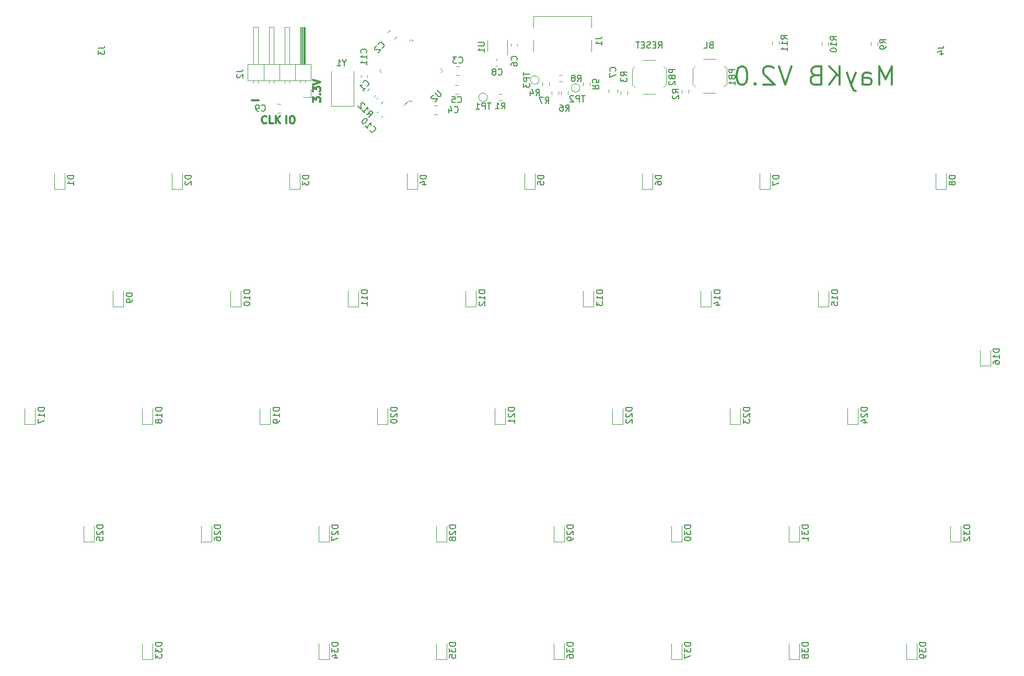
<source format=gbr>
%TF.GenerationSoftware,KiCad,Pcbnew,5.1.10*%
%TF.CreationDate,2021-08-04T22:26:14+02:00*%
%TF.ProjectId,keyboard,6b657962-6f61-4726-942e-6b696361645f,rev?*%
%TF.SameCoordinates,Original*%
%TF.FileFunction,Legend,Bot*%
%TF.FilePolarity,Positive*%
%FSLAX46Y46*%
G04 Gerber Fmt 4.6, Leading zero omitted, Abs format (unit mm)*
G04 Created by KiCad (PCBNEW 5.1.10) date 2021-08-04 22:26:14*
%MOMM*%
%LPD*%
G01*
G04 APERTURE LIST*
%ADD10C,0.300000*%
%ADD11C,0.150000*%
%ADD12C,0.120000*%
G04 APERTURE END LIST*
D10*
X89278857Y-65791628D02*
X89278857Y-65048771D01*
X89736000Y-65448771D01*
X89736000Y-65277342D01*
X89793142Y-65163057D01*
X89850285Y-65105914D01*
X89964571Y-65048771D01*
X90250285Y-65048771D01*
X90364571Y-65105914D01*
X90421714Y-65163057D01*
X90478857Y-65277342D01*
X90478857Y-65620200D01*
X90421714Y-65734485D01*
X90364571Y-65791628D01*
X90364571Y-64534485D02*
X90421714Y-64477342D01*
X90478857Y-64534485D01*
X90421714Y-64591628D01*
X90364571Y-64534485D01*
X90478857Y-64534485D01*
X89278857Y-64077342D02*
X89278857Y-63334485D01*
X89736000Y-63734485D01*
X89736000Y-63563057D01*
X89793142Y-63448771D01*
X89850285Y-63391628D01*
X89964571Y-63334485D01*
X90250285Y-63334485D01*
X90364571Y-63391628D01*
X90421714Y-63448771D01*
X90478857Y-63563057D01*
X90478857Y-63905914D01*
X90421714Y-64020200D01*
X90364571Y-64077342D01*
X89278857Y-62991628D02*
X90478857Y-62591628D01*
X89278857Y-62191628D01*
X79331571Y-65524342D02*
X80474428Y-65524342D01*
X81728714Y-69147771D02*
X81671571Y-69204914D01*
X81500142Y-69262057D01*
X81385857Y-69262057D01*
X81214428Y-69204914D01*
X81100142Y-69090628D01*
X81043000Y-68976342D01*
X80985857Y-68747771D01*
X80985857Y-68576342D01*
X81043000Y-68347771D01*
X81100142Y-68233485D01*
X81214428Y-68119200D01*
X81385857Y-68062057D01*
X81500142Y-68062057D01*
X81671571Y-68119200D01*
X81728714Y-68176342D01*
X82814428Y-69262057D02*
X82243000Y-69262057D01*
X82243000Y-68062057D01*
X83214428Y-69262057D02*
X83214428Y-68062057D01*
X83900142Y-69262057D02*
X83385857Y-68576342D01*
X83900142Y-68062057D02*
X83214428Y-68747771D01*
X84989428Y-69262057D02*
X84989428Y-68062057D01*
X85789428Y-68062057D02*
X86018000Y-68062057D01*
X86132285Y-68119200D01*
X86246571Y-68233485D01*
X86303714Y-68462057D01*
X86303714Y-68862057D01*
X86246571Y-69090628D01*
X86132285Y-69204914D01*
X86018000Y-69262057D01*
X85789428Y-69262057D01*
X85675142Y-69204914D01*
X85560857Y-69090628D01*
X85503714Y-68862057D01*
X85503714Y-68462057D01*
X85560857Y-68233485D01*
X85675142Y-68119200D01*
X85789428Y-68062057D01*
D11*
X153769333Y-56506571D02*
X153626476Y-56554190D01*
X153578857Y-56601809D01*
X153531238Y-56697047D01*
X153531238Y-56839904D01*
X153578857Y-56935142D01*
X153626476Y-56982761D01*
X153721714Y-57030380D01*
X154102666Y-57030380D01*
X154102666Y-56030380D01*
X153769333Y-56030380D01*
X153674095Y-56078000D01*
X153626476Y-56125619D01*
X153578857Y-56220857D01*
X153578857Y-56316095D01*
X153626476Y-56411333D01*
X153674095Y-56458952D01*
X153769333Y-56506571D01*
X154102666Y-56506571D01*
X152626476Y-57030380D02*
X153102666Y-57030380D01*
X153102666Y-56030380D01*
X145236380Y-57030380D02*
X145569714Y-56554190D01*
X145807809Y-57030380D02*
X145807809Y-56030380D01*
X145426857Y-56030380D01*
X145331619Y-56078000D01*
X145284000Y-56125619D01*
X145236380Y-56220857D01*
X145236380Y-56363714D01*
X145284000Y-56458952D01*
X145331619Y-56506571D01*
X145426857Y-56554190D01*
X145807809Y-56554190D01*
X144807809Y-56506571D02*
X144474476Y-56506571D01*
X144331619Y-57030380D02*
X144807809Y-57030380D01*
X144807809Y-56030380D01*
X144331619Y-56030380D01*
X143950666Y-56982761D02*
X143807809Y-57030380D01*
X143569714Y-57030380D01*
X143474476Y-56982761D01*
X143426857Y-56935142D01*
X143379238Y-56839904D01*
X143379238Y-56744666D01*
X143426857Y-56649428D01*
X143474476Y-56601809D01*
X143569714Y-56554190D01*
X143760190Y-56506571D01*
X143855428Y-56458952D01*
X143903047Y-56411333D01*
X143950666Y-56316095D01*
X143950666Y-56220857D01*
X143903047Y-56125619D01*
X143855428Y-56078000D01*
X143760190Y-56030380D01*
X143522095Y-56030380D01*
X143379238Y-56078000D01*
X142950666Y-56506571D02*
X142617333Y-56506571D01*
X142474476Y-57030380D02*
X142950666Y-57030380D01*
X142950666Y-56030380D01*
X142474476Y-56030380D01*
X142188761Y-56030380D02*
X141617333Y-56030380D01*
X141903047Y-57030380D02*
X141903047Y-56030380D01*
D10*
X183081000Y-63015142D02*
X183081000Y-60015142D01*
X182081000Y-62158000D01*
X181081000Y-60015142D01*
X181081000Y-63015142D01*
X178366714Y-63015142D02*
X178366714Y-61443714D01*
X178509571Y-61158000D01*
X178795285Y-61015142D01*
X179366714Y-61015142D01*
X179652428Y-61158000D01*
X178366714Y-62872285D02*
X178652428Y-63015142D01*
X179366714Y-63015142D01*
X179652428Y-62872285D01*
X179795285Y-62586571D01*
X179795285Y-62300857D01*
X179652428Y-62015142D01*
X179366714Y-61872285D01*
X178652428Y-61872285D01*
X178366714Y-61729428D01*
X177223857Y-61015142D02*
X176509571Y-63015142D01*
X175795285Y-61015142D02*
X176509571Y-63015142D01*
X176795285Y-63729428D01*
X176938142Y-63872285D01*
X177223857Y-64015142D01*
X174652428Y-63015142D02*
X174652428Y-60015142D01*
X172938142Y-63015142D02*
X174223857Y-61300857D01*
X172938142Y-60015142D02*
X174652428Y-61729428D01*
X170652428Y-61443714D02*
X170223857Y-61586571D01*
X170081000Y-61729428D01*
X169938142Y-62015142D01*
X169938142Y-62443714D01*
X170081000Y-62729428D01*
X170223857Y-62872285D01*
X170509571Y-63015142D01*
X171652428Y-63015142D01*
X171652428Y-60015142D01*
X170652428Y-60015142D01*
X170366714Y-60158000D01*
X170223857Y-60300857D01*
X170081000Y-60586571D01*
X170081000Y-60872285D01*
X170223857Y-61158000D01*
X170366714Y-61300857D01*
X170652428Y-61443714D01*
X171652428Y-61443714D01*
X166795285Y-60015142D02*
X165795285Y-63015142D01*
X164795285Y-60015142D01*
X163938142Y-60300857D02*
X163795285Y-60158000D01*
X163509571Y-60015142D01*
X162795285Y-60015142D01*
X162509571Y-60158000D01*
X162366714Y-60300857D01*
X162223857Y-60586571D01*
X162223857Y-60872285D01*
X162366714Y-61300857D01*
X164081000Y-63015142D01*
X162223857Y-63015142D01*
X160938142Y-62729428D02*
X160795285Y-62872285D01*
X160938142Y-63015142D01*
X161081000Y-62872285D01*
X160938142Y-62729428D01*
X160938142Y-63015142D01*
X158938142Y-60015142D02*
X158652428Y-60015142D01*
X158366714Y-60158000D01*
X158223857Y-60300857D01*
X158081000Y-60586571D01*
X157938142Y-61158000D01*
X157938142Y-61872285D01*
X158081000Y-62443714D01*
X158223857Y-62729428D01*
X158366714Y-62872285D01*
X158652428Y-63015142D01*
X158938142Y-63015142D01*
X159223857Y-62872285D01*
X159366714Y-62729428D01*
X159509571Y-62443714D01*
X159652428Y-61872285D01*
X159652428Y-61158000D01*
X159509571Y-60586571D01*
X159366714Y-60300857D01*
X159223857Y-60158000D01*
X158938142Y-60015142D01*
D12*
%TO.C,Y1*%
X95850800Y-60736000D02*
X95850800Y-66486000D01*
X95850800Y-66486000D02*
X92250800Y-66486000D01*
X92250800Y-66486000D02*
X92250800Y-60736000D01*
%TO.C,D9*%
X58552500Y-98999000D02*
X58552500Y-96449000D01*
X56852500Y-98999000D02*
X56852500Y-96449000D01*
X58552500Y-98999000D02*
X56852500Y-98999000D01*
%TO.C,D8*%
X191902500Y-79949000D02*
X191902500Y-77399000D01*
X190202500Y-79949000D02*
X190202500Y-77399000D01*
X191902500Y-79949000D02*
X190202500Y-79949000D01*
%TO.C,D7*%
X163327500Y-79949000D02*
X163327500Y-77399000D01*
X161627500Y-79949000D02*
X161627500Y-77399000D01*
X163327500Y-79949000D02*
X161627500Y-79949000D01*
%TO.C,D6*%
X144277500Y-79949000D02*
X144277500Y-77399000D01*
X142577500Y-79949000D02*
X142577500Y-77399000D01*
X144277500Y-79949000D02*
X142577500Y-79949000D01*
%TO.C,D5*%
X125227500Y-79949000D02*
X125227500Y-77399000D01*
X123527500Y-79949000D02*
X123527500Y-77399000D01*
X125227500Y-79949000D02*
X123527500Y-79949000D01*
%TO.C,D4*%
X106177500Y-79949000D02*
X106177500Y-77399000D01*
X104477500Y-79949000D02*
X104477500Y-77399000D01*
X106177500Y-79949000D02*
X104477500Y-79949000D01*
%TO.C,D39*%
X187140000Y-156149000D02*
X187140000Y-153599000D01*
X185440000Y-156149000D02*
X185440000Y-153599000D01*
X187140000Y-156149000D02*
X185440000Y-156149000D01*
%TO.C,D38*%
X168090000Y-156149000D02*
X168090000Y-153599000D01*
X166390000Y-156149000D02*
X166390000Y-153599000D01*
X168090000Y-156149000D02*
X166390000Y-156149000D01*
%TO.C,D37*%
X149040000Y-156149000D02*
X149040000Y-153599000D01*
X147340000Y-156149000D02*
X147340000Y-153599000D01*
X149040000Y-156149000D02*
X147340000Y-156149000D01*
%TO.C,D36*%
X129990000Y-156149000D02*
X129990000Y-153599000D01*
X128290000Y-156149000D02*
X128290000Y-153599000D01*
X129990000Y-156149000D02*
X128290000Y-156149000D01*
%TO.C,D35*%
X110940000Y-156149000D02*
X110940000Y-153599000D01*
X109240000Y-156149000D02*
X109240000Y-153599000D01*
X110940000Y-156149000D02*
X109240000Y-156149000D01*
%TO.C,D34*%
X91890000Y-156149000D02*
X91890000Y-153599000D01*
X90190000Y-156149000D02*
X90190000Y-153599000D01*
X91890000Y-156149000D02*
X90190000Y-156149000D01*
%TO.C,D33*%
X63315000Y-156149000D02*
X63315000Y-153599000D01*
X61615000Y-156149000D02*
X61615000Y-153599000D01*
X63315000Y-156149000D02*
X61615000Y-156149000D01*
%TO.C,D32*%
X194283750Y-137099000D02*
X194283750Y-134549000D01*
X192583750Y-137099000D02*
X192583750Y-134549000D01*
X194283750Y-137099000D02*
X192583750Y-137099000D01*
%TO.C,D31*%
X168090000Y-137099000D02*
X168090000Y-134549000D01*
X166390000Y-137099000D02*
X166390000Y-134549000D01*
X168090000Y-137099000D02*
X166390000Y-137099000D01*
%TO.C,D30*%
X149040000Y-137099000D02*
X149040000Y-134549000D01*
X147340000Y-137099000D02*
X147340000Y-134549000D01*
X149040000Y-137099000D02*
X147340000Y-137099000D01*
%TO.C,D3*%
X87127500Y-79949000D02*
X87127500Y-77399000D01*
X85427500Y-79949000D02*
X85427500Y-77399000D01*
X87127500Y-79949000D02*
X85427500Y-79949000D01*
%TO.C,D29*%
X129990000Y-137099000D02*
X129990000Y-134549000D01*
X128290000Y-137099000D02*
X128290000Y-134549000D01*
X129990000Y-137099000D02*
X128290000Y-137099000D01*
%TO.C,D28*%
X110940000Y-137099000D02*
X110940000Y-134549000D01*
X109240000Y-137099000D02*
X109240000Y-134549000D01*
X110940000Y-137099000D02*
X109240000Y-137099000D01*
%TO.C,D27*%
X91890000Y-137099000D02*
X91890000Y-134549000D01*
X90190000Y-137099000D02*
X90190000Y-134549000D01*
X91890000Y-137099000D02*
X90190000Y-137099000D01*
%TO.C,D26*%
X72840000Y-137099000D02*
X72840000Y-134549000D01*
X71140000Y-137099000D02*
X71140000Y-134549000D01*
X72840000Y-137099000D02*
X71140000Y-137099000D01*
%TO.C,D25*%
X53790000Y-137099000D02*
X53790000Y-134549000D01*
X52090000Y-137099000D02*
X52090000Y-134549000D01*
X53790000Y-137099000D02*
X52090000Y-137099000D01*
%TO.C,D24*%
X177615000Y-118049000D02*
X177615000Y-115499000D01*
X175915000Y-118049000D02*
X175915000Y-115499000D01*
X177615000Y-118049000D02*
X175915000Y-118049000D01*
%TO.C,D23*%
X158565000Y-118049000D02*
X158565000Y-115499000D01*
X156865000Y-118049000D02*
X156865000Y-115499000D01*
X158565000Y-118049000D02*
X156865000Y-118049000D01*
%TO.C,D22*%
X139515000Y-118049000D02*
X139515000Y-115499000D01*
X137815000Y-118049000D02*
X137815000Y-115499000D01*
X139515000Y-118049000D02*
X137815000Y-118049000D01*
%TO.C,D21*%
X120465000Y-118049000D02*
X120465000Y-115499000D01*
X118765000Y-118049000D02*
X118765000Y-115499000D01*
X120465000Y-118049000D02*
X118765000Y-118049000D01*
%TO.C,D20*%
X101415000Y-118049000D02*
X101415000Y-115499000D01*
X99715000Y-118049000D02*
X99715000Y-115499000D01*
X101415000Y-118049000D02*
X99715000Y-118049000D01*
%TO.C,D2*%
X68077500Y-79949000D02*
X68077500Y-77399000D01*
X66377500Y-79949000D02*
X66377500Y-77399000D01*
X68077500Y-79949000D02*
X66377500Y-79949000D01*
%TO.C,D19*%
X82365000Y-118049000D02*
X82365000Y-115499000D01*
X80665000Y-118049000D02*
X80665000Y-115499000D01*
X82365000Y-118049000D02*
X80665000Y-118049000D01*
%TO.C,D18*%
X63315000Y-118049000D02*
X63315000Y-115499000D01*
X61615000Y-118049000D02*
X61615000Y-115499000D01*
X63315000Y-118049000D02*
X61615000Y-118049000D01*
%TO.C,D17*%
X44265000Y-118049000D02*
X44265000Y-115499000D01*
X42565000Y-118049000D02*
X42565000Y-115499000D01*
X44265000Y-118049000D02*
X42565000Y-118049000D01*
%TO.C,D16*%
X199046250Y-108524000D02*
X199046250Y-105974000D01*
X197346250Y-108524000D02*
X197346250Y-105974000D01*
X199046250Y-108524000D02*
X197346250Y-108524000D01*
%TO.C,D15*%
X172852500Y-98999000D02*
X172852500Y-96449000D01*
X171152500Y-98999000D02*
X171152500Y-96449000D01*
X172852500Y-98999000D02*
X171152500Y-98999000D01*
%TO.C,D14*%
X153802500Y-98999000D02*
X153802500Y-96449000D01*
X152102500Y-98999000D02*
X152102500Y-96449000D01*
X153802500Y-98999000D02*
X152102500Y-98999000D01*
%TO.C,D13*%
X134752500Y-98999000D02*
X134752500Y-96449000D01*
X133052500Y-98999000D02*
X133052500Y-96449000D01*
X134752500Y-98999000D02*
X133052500Y-98999000D01*
%TO.C,D12*%
X115702500Y-98999000D02*
X115702500Y-96449000D01*
X114002500Y-98999000D02*
X114002500Y-96449000D01*
X115702500Y-98999000D02*
X114002500Y-98999000D01*
%TO.C,D11*%
X96652500Y-98999000D02*
X96652500Y-96449000D01*
X94952500Y-98999000D02*
X94952500Y-96449000D01*
X96652500Y-98999000D02*
X94952500Y-98999000D01*
%TO.C,D10*%
X77602500Y-98999000D02*
X77602500Y-96449000D01*
X75902500Y-98999000D02*
X75902500Y-96449000D01*
X77602500Y-98999000D02*
X75902500Y-98999000D01*
%TO.C,D1*%
X49027500Y-79949000D02*
X49027500Y-77399000D01*
X47327500Y-79949000D02*
X47327500Y-77399000D01*
X49027500Y-79949000D02*
X47327500Y-79949000D01*
%TO.C,C1*%
X98442633Y-63585920D02*
X98073166Y-63955387D01*
X99482080Y-64625367D02*
X99112613Y-64994834D01*
%TO.C,C2*%
X101773010Y-54159543D02*
X101403543Y-54529010D01*
X102812457Y-55198990D02*
X102442990Y-55568457D01*
%TO.C,C3*%
X113015752Y-61441000D02*
X112493248Y-61441000D01*
X113015752Y-59971000D02*
X112493248Y-59971000D01*
%TO.C,C4*%
X108937248Y-67791000D02*
X109459752Y-67791000D01*
X108937248Y-66321000D02*
X109459752Y-66321000D01*
%TO.C,C5*%
X112282248Y-63019000D02*
X112804752Y-63019000D01*
X112282248Y-64489000D02*
X112804752Y-64489000D01*
%TO.C,C6*%
X122377000Y-56395233D02*
X122377000Y-56687767D01*
X121357000Y-56395233D02*
X121357000Y-56687767D01*
%TO.C,C7*%
X138657000Y-64247752D02*
X138657000Y-63725248D01*
X137187000Y-64247752D02*
X137187000Y-63725248D01*
%TO.C,C8*%
X119171767Y-58926000D02*
X118879233Y-58926000D01*
X119171767Y-59946000D02*
X118879233Y-59946000D01*
%TO.C,C9*%
X84059752Y-67537000D02*
X83537248Y-67537000D01*
X84059752Y-66067000D02*
X83537248Y-66067000D01*
%TO.C,C10*%
X99818802Y-67353949D02*
X99611949Y-67560802D01*
X100540051Y-68075198D02*
X100333198Y-68282051D01*
%TO.C,C11*%
X98046000Y-61475233D02*
X98046000Y-61767767D01*
X97026000Y-61475233D02*
X97026000Y-61767767D01*
%TO.C,J1*%
X124981001Y-53780999D02*
X124981001Y-51880999D01*
X124981001Y-57680999D02*
X124981001Y-55680999D01*
X134381001Y-53780999D02*
X134381001Y-51880999D01*
X134381001Y-57680999D02*
X134381001Y-55680999D01*
X124981001Y-51880999D02*
X134381001Y-51880999D01*
%TO.C,J2*%
X88960000Y-62314000D02*
X78680000Y-62314000D01*
X78680000Y-62314000D02*
X78680000Y-59654000D01*
X78680000Y-59654000D02*
X88960000Y-59654000D01*
X88960000Y-59654000D02*
X88960000Y-62314000D01*
X88010000Y-59654000D02*
X88010000Y-53654000D01*
X88010000Y-53654000D02*
X87250000Y-53654000D01*
X87250000Y-53654000D02*
X87250000Y-59654000D01*
X87950000Y-59654000D02*
X87950000Y-53654000D01*
X87830000Y-59654000D02*
X87830000Y-53654000D01*
X87710000Y-59654000D02*
X87710000Y-53654000D01*
X87590000Y-59654000D02*
X87590000Y-53654000D01*
X87470000Y-59654000D02*
X87470000Y-53654000D01*
X87350000Y-59654000D02*
X87350000Y-53654000D01*
X88010000Y-62644000D02*
X88010000Y-62314000D01*
X87250000Y-62644000D02*
X87250000Y-62314000D01*
X86360000Y-62314000D02*
X86360000Y-59654000D01*
X85470000Y-59654000D02*
X85470000Y-53654000D01*
X85470000Y-53654000D02*
X84710000Y-53654000D01*
X84710000Y-53654000D02*
X84710000Y-59654000D01*
X85470000Y-62711071D02*
X85470000Y-62314000D01*
X84710000Y-62711071D02*
X84710000Y-62314000D01*
X83820000Y-62314000D02*
X83820000Y-59654000D01*
X82930000Y-59654000D02*
X82930000Y-53654000D01*
X82930000Y-53654000D02*
X82170000Y-53654000D01*
X82170000Y-53654000D02*
X82170000Y-59654000D01*
X82930000Y-62711071D02*
X82930000Y-62314000D01*
X82170000Y-62711071D02*
X82170000Y-62314000D01*
X81280000Y-62314000D02*
X81280000Y-59654000D01*
X80390000Y-59654000D02*
X80390000Y-53654000D01*
X80390000Y-53654000D02*
X79630000Y-53654000D01*
X79630000Y-53654000D02*
X79630000Y-59654000D01*
X80390000Y-62711071D02*
X80390000Y-62314000D01*
X79630000Y-62711071D02*
X79630000Y-62314000D01*
X87630000Y-65024000D02*
X88900000Y-65024000D01*
X88900000Y-65024000D02*
X88900000Y-63754000D01*
%TO.C,R1*%
X119379276Y-64501500D02*
X119888724Y-64501500D01*
X119379276Y-65546500D02*
X119888724Y-65546500D01*
%TO.C,R2*%
X150128500Y-64366224D02*
X150128500Y-63856776D01*
X149083500Y-64366224D02*
X149083500Y-63856776D01*
%TO.C,R3*%
X140222500Y-64110776D02*
X140222500Y-64620224D01*
X139177500Y-64110776D02*
X139177500Y-64620224D01*
%TO.C,R4*%
X126477500Y-63143224D02*
X126477500Y-62633776D01*
X127522500Y-63143224D02*
X127522500Y-62633776D01*
%TO.C,R5*%
X134126500Y-63143224D02*
X134126500Y-62633776D01*
X133081500Y-63143224D02*
X133081500Y-62633776D01*
%TO.C,R6*%
X129525500Y-64620224D02*
X129525500Y-64110776D01*
X130570500Y-64620224D02*
X130570500Y-64110776D01*
%TO.C,R7*%
X129046500Y-64620224D02*
X129046500Y-64110776D01*
X128001500Y-64620224D02*
X128001500Y-64110776D01*
%TO.C,R8*%
X129691224Y-61453500D02*
X129181776Y-61453500D01*
X129691224Y-62498500D02*
X129181776Y-62498500D01*
%TO.C,R9*%
X179709500Y-56666224D02*
X179709500Y-56156776D01*
X180754500Y-56666224D02*
X180754500Y-56156776D01*
%TO.C,R10*%
X172754500Y-56654724D02*
X172754500Y-56145276D01*
X171709500Y-56654724D02*
X171709500Y-56145276D01*
%TO.C,R11*%
X163709500Y-56491224D02*
X163709500Y-55981776D01*
X164754500Y-56491224D02*
X164754500Y-55981776D01*
%TO.C,R12*%
X99886654Y-64982420D02*
X99526420Y-65342654D01*
X100625580Y-65721346D02*
X100265346Y-66081580D01*
%TO.C,TP1*%
X117540000Y-65024000D02*
G75*
G03*
X117540000Y-65024000I-700000J0D01*
G01*
%TO.C,TP2*%
X132526000Y-63500000D02*
G75*
G03*
X132526000Y-63500000I-700000J0D01*
G01*
%TO.C,TP3*%
X125922000Y-62230000D02*
G75*
G03*
X125922000Y-62230000I-700000J0D01*
G01*
%TO.C,U1*%
X117516000Y-57542000D02*
X117516000Y-55742000D01*
X120736000Y-55742000D02*
X120736000Y-58192000D01*
%TO.C,U2*%
X104837802Y-55918887D02*
X105156000Y-55600689D01*
X105156000Y-55600689D02*
X105474198Y-55918887D01*
X100368887Y-60387802D02*
X100050689Y-60706000D01*
X100050689Y-60706000D02*
X100368887Y-61024198D01*
X109943113Y-61024198D02*
X110261311Y-60706000D01*
X110261311Y-60706000D02*
X109943113Y-60387802D01*
X105474198Y-65493113D02*
X105156000Y-65811311D01*
X105156000Y-65811311D02*
X104837802Y-65493113D01*
X104837802Y-65493113D02*
X103925634Y-66405281D01*
%TO.C,PB1*%
X150788000Y-60370000D02*
X150788000Y-62870000D01*
X152538000Y-58870000D02*
X154538000Y-58870000D01*
X156288000Y-60370000D02*
X156288000Y-62870000D01*
X152538000Y-64370000D02*
X154538000Y-64370000D01*
X151238000Y-59920000D02*
X150788000Y-60370000D01*
X151238000Y-63320000D02*
X150788000Y-62870000D01*
X155838000Y-63320000D02*
X156288000Y-62870000D01*
X155838000Y-59920000D02*
X156288000Y-60370000D01*
%TO.C,PB2*%
X141464000Y-63422000D02*
X141014000Y-62972000D01*
X141464000Y-60022000D02*
X141014000Y-60472000D01*
X146064000Y-60022000D02*
X146514000Y-60472000D01*
X146064000Y-63422000D02*
X146514000Y-62972000D01*
X144764000Y-58972000D02*
X142764000Y-58972000D01*
X141014000Y-62972000D02*
X141014000Y-60472000D01*
X144764000Y-64472000D02*
X142764000Y-64472000D01*
X146514000Y-62972000D02*
X146514000Y-60472000D01*
%TO.C,Y1*%
D11*
X94374590Y-59449790D02*
X94374590Y-59925980D01*
X94707923Y-58925980D02*
X94374590Y-59449790D01*
X94041257Y-58925980D01*
X93184114Y-59925980D02*
X93755542Y-59925980D01*
X93469828Y-59925980D02*
X93469828Y-58925980D01*
X93565066Y-59068838D01*
X93660304Y-59164076D01*
X93755542Y-59211695D01*
%TO.C,D9*%
X60004880Y-96760904D02*
X59004880Y-96760904D01*
X59004880Y-96999000D01*
X59052500Y-97141857D01*
X59147738Y-97237095D01*
X59242976Y-97284714D01*
X59433452Y-97332333D01*
X59576309Y-97332333D01*
X59766785Y-97284714D01*
X59862023Y-97237095D01*
X59957261Y-97141857D01*
X60004880Y-96999000D01*
X60004880Y-96760904D01*
X60004880Y-97808523D02*
X60004880Y-97999000D01*
X59957261Y-98094238D01*
X59909642Y-98141857D01*
X59766785Y-98237095D01*
X59576309Y-98284714D01*
X59195357Y-98284714D01*
X59100119Y-98237095D01*
X59052500Y-98189476D01*
X59004880Y-98094238D01*
X59004880Y-97903761D01*
X59052500Y-97808523D01*
X59100119Y-97760904D01*
X59195357Y-97713285D01*
X59433452Y-97713285D01*
X59528690Y-97760904D01*
X59576309Y-97808523D01*
X59623928Y-97903761D01*
X59623928Y-98094238D01*
X59576309Y-98189476D01*
X59528690Y-98237095D01*
X59433452Y-98284714D01*
%TO.C,D8*%
X193354880Y-77710904D02*
X192354880Y-77710904D01*
X192354880Y-77949000D01*
X192402500Y-78091857D01*
X192497738Y-78187095D01*
X192592976Y-78234714D01*
X192783452Y-78282333D01*
X192926309Y-78282333D01*
X193116785Y-78234714D01*
X193212023Y-78187095D01*
X193307261Y-78091857D01*
X193354880Y-77949000D01*
X193354880Y-77710904D01*
X192783452Y-78853761D02*
X192735833Y-78758523D01*
X192688214Y-78710904D01*
X192592976Y-78663285D01*
X192545357Y-78663285D01*
X192450119Y-78710904D01*
X192402500Y-78758523D01*
X192354880Y-78853761D01*
X192354880Y-79044238D01*
X192402500Y-79139476D01*
X192450119Y-79187095D01*
X192545357Y-79234714D01*
X192592976Y-79234714D01*
X192688214Y-79187095D01*
X192735833Y-79139476D01*
X192783452Y-79044238D01*
X192783452Y-78853761D01*
X192831071Y-78758523D01*
X192878690Y-78710904D01*
X192973928Y-78663285D01*
X193164404Y-78663285D01*
X193259642Y-78710904D01*
X193307261Y-78758523D01*
X193354880Y-78853761D01*
X193354880Y-79044238D01*
X193307261Y-79139476D01*
X193259642Y-79187095D01*
X193164404Y-79234714D01*
X192973928Y-79234714D01*
X192878690Y-79187095D01*
X192831071Y-79139476D01*
X192783452Y-79044238D01*
%TO.C,D7*%
X164779880Y-77710904D02*
X163779880Y-77710904D01*
X163779880Y-77949000D01*
X163827500Y-78091857D01*
X163922738Y-78187095D01*
X164017976Y-78234714D01*
X164208452Y-78282333D01*
X164351309Y-78282333D01*
X164541785Y-78234714D01*
X164637023Y-78187095D01*
X164732261Y-78091857D01*
X164779880Y-77949000D01*
X164779880Y-77710904D01*
X163779880Y-78615666D02*
X163779880Y-79282333D01*
X164779880Y-78853761D01*
%TO.C,D6*%
X145729880Y-77710904D02*
X144729880Y-77710904D01*
X144729880Y-77949000D01*
X144777500Y-78091857D01*
X144872738Y-78187095D01*
X144967976Y-78234714D01*
X145158452Y-78282333D01*
X145301309Y-78282333D01*
X145491785Y-78234714D01*
X145587023Y-78187095D01*
X145682261Y-78091857D01*
X145729880Y-77949000D01*
X145729880Y-77710904D01*
X144729880Y-79139476D02*
X144729880Y-78949000D01*
X144777500Y-78853761D01*
X144825119Y-78806142D01*
X144967976Y-78710904D01*
X145158452Y-78663285D01*
X145539404Y-78663285D01*
X145634642Y-78710904D01*
X145682261Y-78758523D01*
X145729880Y-78853761D01*
X145729880Y-79044238D01*
X145682261Y-79139476D01*
X145634642Y-79187095D01*
X145539404Y-79234714D01*
X145301309Y-79234714D01*
X145206071Y-79187095D01*
X145158452Y-79139476D01*
X145110833Y-79044238D01*
X145110833Y-78853761D01*
X145158452Y-78758523D01*
X145206071Y-78710904D01*
X145301309Y-78663285D01*
%TO.C,D5*%
X126679880Y-77710904D02*
X125679880Y-77710904D01*
X125679880Y-77949000D01*
X125727500Y-78091857D01*
X125822738Y-78187095D01*
X125917976Y-78234714D01*
X126108452Y-78282333D01*
X126251309Y-78282333D01*
X126441785Y-78234714D01*
X126537023Y-78187095D01*
X126632261Y-78091857D01*
X126679880Y-77949000D01*
X126679880Y-77710904D01*
X125679880Y-79187095D02*
X125679880Y-78710904D01*
X126156071Y-78663285D01*
X126108452Y-78710904D01*
X126060833Y-78806142D01*
X126060833Y-79044238D01*
X126108452Y-79139476D01*
X126156071Y-79187095D01*
X126251309Y-79234714D01*
X126489404Y-79234714D01*
X126584642Y-79187095D01*
X126632261Y-79139476D01*
X126679880Y-79044238D01*
X126679880Y-78806142D01*
X126632261Y-78710904D01*
X126584642Y-78663285D01*
%TO.C,D4*%
X107629880Y-77710904D02*
X106629880Y-77710904D01*
X106629880Y-77949000D01*
X106677500Y-78091857D01*
X106772738Y-78187095D01*
X106867976Y-78234714D01*
X107058452Y-78282333D01*
X107201309Y-78282333D01*
X107391785Y-78234714D01*
X107487023Y-78187095D01*
X107582261Y-78091857D01*
X107629880Y-77949000D01*
X107629880Y-77710904D01*
X106963214Y-79139476D02*
X107629880Y-79139476D01*
X106582261Y-78901380D02*
X107296547Y-78663285D01*
X107296547Y-79282333D01*
%TO.C,D39*%
X188592380Y-153434714D02*
X187592380Y-153434714D01*
X187592380Y-153672809D01*
X187640000Y-153815666D01*
X187735238Y-153910904D01*
X187830476Y-153958523D01*
X188020952Y-154006142D01*
X188163809Y-154006142D01*
X188354285Y-153958523D01*
X188449523Y-153910904D01*
X188544761Y-153815666D01*
X188592380Y-153672809D01*
X188592380Y-153434714D01*
X187592380Y-154339476D02*
X187592380Y-154958523D01*
X187973333Y-154625190D01*
X187973333Y-154768047D01*
X188020952Y-154863285D01*
X188068571Y-154910904D01*
X188163809Y-154958523D01*
X188401904Y-154958523D01*
X188497142Y-154910904D01*
X188544761Y-154863285D01*
X188592380Y-154768047D01*
X188592380Y-154482333D01*
X188544761Y-154387095D01*
X188497142Y-154339476D01*
X188592380Y-155434714D02*
X188592380Y-155625190D01*
X188544761Y-155720428D01*
X188497142Y-155768047D01*
X188354285Y-155863285D01*
X188163809Y-155910904D01*
X187782857Y-155910904D01*
X187687619Y-155863285D01*
X187640000Y-155815666D01*
X187592380Y-155720428D01*
X187592380Y-155529952D01*
X187640000Y-155434714D01*
X187687619Y-155387095D01*
X187782857Y-155339476D01*
X188020952Y-155339476D01*
X188116190Y-155387095D01*
X188163809Y-155434714D01*
X188211428Y-155529952D01*
X188211428Y-155720428D01*
X188163809Y-155815666D01*
X188116190Y-155863285D01*
X188020952Y-155910904D01*
%TO.C,D38*%
X169542380Y-153434714D02*
X168542380Y-153434714D01*
X168542380Y-153672809D01*
X168590000Y-153815666D01*
X168685238Y-153910904D01*
X168780476Y-153958523D01*
X168970952Y-154006142D01*
X169113809Y-154006142D01*
X169304285Y-153958523D01*
X169399523Y-153910904D01*
X169494761Y-153815666D01*
X169542380Y-153672809D01*
X169542380Y-153434714D01*
X168542380Y-154339476D02*
X168542380Y-154958523D01*
X168923333Y-154625190D01*
X168923333Y-154768047D01*
X168970952Y-154863285D01*
X169018571Y-154910904D01*
X169113809Y-154958523D01*
X169351904Y-154958523D01*
X169447142Y-154910904D01*
X169494761Y-154863285D01*
X169542380Y-154768047D01*
X169542380Y-154482333D01*
X169494761Y-154387095D01*
X169447142Y-154339476D01*
X168970952Y-155529952D02*
X168923333Y-155434714D01*
X168875714Y-155387095D01*
X168780476Y-155339476D01*
X168732857Y-155339476D01*
X168637619Y-155387095D01*
X168590000Y-155434714D01*
X168542380Y-155529952D01*
X168542380Y-155720428D01*
X168590000Y-155815666D01*
X168637619Y-155863285D01*
X168732857Y-155910904D01*
X168780476Y-155910904D01*
X168875714Y-155863285D01*
X168923333Y-155815666D01*
X168970952Y-155720428D01*
X168970952Y-155529952D01*
X169018571Y-155434714D01*
X169066190Y-155387095D01*
X169161428Y-155339476D01*
X169351904Y-155339476D01*
X169447142Y-155387095D01*
X169494761Y-155434714D01*
X169542380Y-155529952D01*
X169542380Y-155720428D01*
X169494761Y-155815666D01*
X169447142Y-155863285D01*
X169351904Y-155910904D01*
X169161428Y-155910904D01*
X169066190Y-155863285D01*
X169018571Y-155815666D01*
X168970952Y-155720428D01*
%TO.C,D37*%
X150492380Y-153434714D02*
X149492380Y-153434714D01*
X149492380Y-153672809D01*
X149540000Y-153815666D01*
X149635238Y-153910904D01*
X149730476Y-153958523D01*
X149920952Y-154006142D01*
X150063809Y-154006142D01*
X150254285Y-153958523D01*
X150349523Y-153910904D01*
X150444761Y-153815666D01*
X150492380Y-153672809D01*
X150492380Y-153434714D01*
X149492380Y-154339476D02*
X149492380Y-154958523D01*
X149873333Y-154625190D01*
X149873333Y-154768047D01*
X149920952Y-154863285D01*
X149968571Y-154910904D01*
X150063809Y-154958523D01*
X150301904Y-154958523D01*
X150397142Y-154910904D01*
X150444761Y-154863285D01*
X150492380Y-154768047D01*
X150492380Y-154482333D01*
X150444761Y-154387095D01*
X150397142Y-154339476D01*
X149492380Y-155291857D02*
X149492380Y-155958523D01*
X150492380Y-155529952D01*
%TO.C,D36*%
X131442380Y-153434714D02*
X130442380Y-153434714D01*
X130442380Y-153672809D01*
X130490000Y-153815666D01*
X130585238Y-153910904D01*
X130680476Y-153958523D01*
X130870952Y-154006142D01*
X131013809Y-154006142D01*
X131204285Y-153958523D01*
X131299523Y-153910904D01*
X131394761Y-153815666D01*
X131442380Y-153672809D01*
X131442380Y-153434714D01*
X130442380Y-154339476D02*
X130442380Y-154958523D01*
X130823333Y-154625190D01*
X130823333Y-154768047D01*
X130870952Y-154863285D01*
X130918571Y-154910904D01*
X131013809Y-154958523D01*
X131251904Y-154958523D01*
X131347142Y-154910904D01*
X131394761Y-154863285D01*
X131442380Y-154768047D01*
X131442380Y-154482333D01*
X131394761Y-154387095D01*
X131347142Y-154339476D01*
X130442380Y-155815666D02*
X130442380Y-155625190D01*
X130490000Y-155529952D01*
X130537619Y-155482333D01*
X130680476Y-155387095D01*
X130870952Y-155339476D01*
X131251904Y-155339476D01*
X131347142Y-155387095D01*
X131394761Y-155434714D01*
X131442380Y-155529952D01*
X131442380Y-155720428D01*
X131394761Y-155815666D01*
X131347142Y-155863285D01*
X131251904Y-155910904D01*
X131013809Y-155910904D01*
X130918571Y-155863285D01*
X130870952Y-155815666D01*
X130823333Y-155720428D01*
X130823333Y-155529952D01*
X130870952Y-155434714D01*
X130918571Y-155387095D01*
X131013809Y-155339476D01*
%TO.C,D35*%
X112392380Y-153434714D02*
X111392380Y-153434714D01*
X111392380Y-153672809D01*
X111440000Y-153815666D01*
X111535238Y-153910904D01*
X111630476Y-153958523D01*
X111820952Y-154006142D01*
X111963809Y-154006142D01*
X112154285Y-153958523D01*
X112249523Y-153910904D01*
X112344761Y-153815666D01*
X112392380Y-153672809D01*
X112392380Y-153434714D01*
X111392380Y-154339476D02*
X111392380Y-154958523D01*
X111773333Y-154625190D01*
X111773333Y-154768047D01*
X111820952Y-154863285D01*
X111868571Y-154910904D01*
X111963809Y-154958523D01*
X112201904Y-154958523D01*
X112297142Y-154910904D01*
X112344761Y-154863285D01*
X112392380Y-154768047D01*
X112392380Y-154482333D01*
X112344761Y-154387095D01*
X112297142Y-154339476D01*
X111392380Y-155863285D02*
X111392380Y-155387095D01*
X111868571Y-155339476D01*
X111820952Y-155387095D01*
X111773333Y-155482333D01*
X111773333Y-155720428D01*
X111820952Y-155815666D01*
X111868571Y-155863285D01*
X111963809Y-155910904D01*
X112201904Y-155910904D01*
X112297142Y-155863285D01*
X112344761Y-155815666D01*
X112392380Y-155720428D01*
X112392380Y-155482333D01*
X112344761Y-155387095D01*
X112297142Y-155339476D01*
%TO.C,D34*%
X93342380Y-153434714D02*
X92342380Y-153434714D01*
X92342380Y-153672809D01*
X92390000Y-153815666D01*
X92485238Y-153910904D01*
X92580476Y-153958523D01*
X92770952Y-154006142D01*
X92913809Y-154006142D01*
X93104285Y-153958523D01*
X93199523Y-153910904D01*
X93294761Y-153815666D01*
X93342380Y-153672809D01*
X93342380Y-153434714D01*
X92342380Y-154339476D02*
X92342380Y-154958523D01*
X92723333Y-154625190D01*
X92723333Y-154768047D01*
X92770952Y-154863285D01*
X92818571Y-154910904D01*
X92913809Y-154958523D01*
X93151904Y-154958523D01*
X93247142Y-154910904D01*
X93294761Y-154863285D01*
X93342380Y-154768047D01*
X93342380Y-154482333D01*
X93294761Y-154387095D01*
X93247142Y-154339476D01*
X92675714Y-155815666D02*
X93342380Y-155815666D01*
X92294761Y-155577571D02*
X93009047Y-155339476D01*
X93009047Y-155958523D01*
%TO.C,D33*%
X64767380Y-153434714D02*
X63767380Y-153434714D01*
X63767380Y-153672809D01*
X63815000Y-153815666D01*
X63910238Y-153910904D01*
X64005476Y-153958523D01*
X64195952Y-154006142D01*
X64338809Y-154006142D01*
X64529285Y-153958523D01*
X64624523Y-153910904D01*
X64719761Y-153815666D01*
X64767380Y-153672809D01*
X64767380Y-153434714D01*
X63767380Y-154339476D02*
X63767380Y-154958523D01*
X64148333Y-154625190D01*
X64148333Y-154768047D01*
X64195952Y-154863285D01*
X64243571Y-154910904D01*
X64338809Y-154958523D01*
X64576904Y-154958523D01*
X64672142Y-154910904D01*
X64719761Y-154863285D01*
X64767380Y-154768047D01*
X64767380Y-154482333D01*
X64719761Y-154387095D01*
X64672142Y-154339476D01*
X63767380Y-155291857D02*
X63767380Y-155910904D01*
X64148333Y-155577571D01*
X64148333Y-155720428D01*
X64195952Y-155815666D01*
X64243571Y-155863285D01*
X64338809Y-155910904D01*
X64576904Y-155910904D01*
X64672142Y-155863285D01*
X64719761Y-155815666D01*
X64767380Y-155720428D01*
X64767380Y-155434714D01*
X64719761Y-155339476D01*
X64672142Y-155291857D01*
%TO.C,D32*%
X195736130Y-134384714D02*
X194736130Y-134384714D01*
X194736130Y-134622809D01*
X194783750Y-134765666D01*
X194878988Y-134860904D01*
X194974226Y-134908523D01*
X195164702Y-134956142D01*
X195307559Y-134956142D01*
X195498035Y-134908523D01*
X195593273Y-134860904D01*
X195688511Y-134765666D01*
X195736130Y-134622809D01*
X195736130Y-134384714D01*
X194736130Y-135289476D02*
X194736130Y-135908523D01*
X195117083Y-135575190D01*
X195117083Y-135718047D01*
X195164702Y-135813285D01*
X195212321Y-135860904D01*
X195307559Y-135908523D01*
X195545654Y-135908523D01*
X195640892Y-135860904D01*
X195688511Y-135813285D01*
X195736130Y-135718047D01*
X195736130Y-135432333D01*
X195688511Y-135337095D01*
X195640892Y-135289476D01*
X194831369Y-136289476D02*
X194783750Y-136337095D01*
X194736130Y-136432333D01*
X194736130Y-136670428D01*
X194783750Y-136765666D01*
X194831369Y-136813285D01*
X194926607Y-136860904D01*
X195021845Y-136860904D01*
X195164702Y-136813285D01*
X195736130Y-136241857D01*
X195736130Y-136860904D01*
%TO.C,D31*%
X169542380Y-134384714D02*
X168542380Y-134384714D01*
X168542380Y-134622809D01*
X168590000Y-134765666D01*
X168685238Y-134860904D01*
X168780476Y-134908523D01*
X168970952Y-134956142D01*
X169113809Y-134956142D01*
X169304285Y-134908523D01*
X169399523Y-134860904D01*
X169494761Y-134765666D01*
X169542380Y-134622809D01*
X169542380Y-134384714D01*
X168542380Y-135289476D02*
X168542380Y-135908523D01*
X168923333Y-135575190D01*
X168923333Y-135718047D01*
X168970952Y-135813285D01*
X169018571Y-135860904D01*
X169113809Y-135908523D01*
X169351904Y-135908523D01*
X169447142Y-135860904D01*
X169494761Y-135813285D01*
X169542380Y-135718047D01*
X169542380Y-135432333D01*
X169494761Y-135337095D01*
X169447142Y-135289476D01*
X169542380Y-136860904D02*
X169542380Y-136289476D01*
X169542380Y-136575190D02*
X168542380Y-136575190D01*
X168685238Y-136479952D01*
X168780476Y-136384714D01*
X168828095Y-136289476D01*
%TO.C,D30*%
X150492380Y-134384714D02*
X149492380Y-134384714D01*
X149492380Y-134622809D01*
X149540000Y-134765666D01*
X149635238Y-134860904D01*
X149730476Y-134908523D01*
X149920952Y-134956142D01*
X150063809Y-134956142D01*
X150254285Y-134908523D01*
X150349523Y-134860904D01*
X150444761Y-134765666D01*
X150492380Y-134622809D01*
X150492380Y-134384714D01*
X149492380Y-135289476D02*
X149492380Y-135908523D01*
X149873333Y-135575190D01*
X149873333Y-135718047D01*
X149920952Y-135813285D01*
X149968571Y-135860904D01*
X150063809Y-135908523D01*
X150301904Y-135908523D01*
X150397142Y-135860904D01*
X150444761Y-135813285D01*
X150492380Y-135718047D01*
X150492380Y-135432333D01*
X150444761Y-135337095D01*
X150397142Y-135289476D01*
X149492380Y-136527571D02*
X149492380Y-136622809D01*
X149540000Y-136718047D01*
X149587619Y-136765666D01*
X149682857Y-136813285D01*
X149873333Y-136860904D01*
X150111428Y-136860904D01*
X150301904Y-136813285D01*
X150397142Y-136765666D01*
X150444761Y-136718047D01*
X150492380Y-136622809D01*
X150492380Y-136527571D01*
X150444761Y-136432333D01*
X150397142Y-136384714D01*
X150301904Y-136337095D01*
X150111428Y-136289476D01*
X149873333Y-136289476D01*
X149682857Y-136337095D01*
X149587619Y-136384714D01*
X149540000Y-136432333D01*
X149492380Y-136527571D01*
%TO.C,D3*%
X88579880Y-77710904D02*
X87579880Y-77710904D01*
X87579880Y-77949000D01*
X87627500Y-78091857D01*
X87722738Y-78187095D01*
X87817976Y-78234714D01*
X88008452Y-78282333D01*
X88151309Y-78282333D01*
X88341785Y-78234714D01*
X88437023Y-78187095D01*
X88532261Y-78091857D01*
X88579880Y-77949000D01*
X88579880Y-77710904D01*
X87579880Y-78615666D02*
X87579880Y-79234714D01*
X87960833Y-78901380D01*
X87960833Y-79044238D01*
X88008452Y-79139476D01*
X88056071Y-79187095D01*
X88151309Y-79234714D01*
X88389404Y-79234714D01*
X88484642Y-79187095D01*
X88532261Y-79139476D01*
X88579880Y-79044238D01*
X88579880Y-78758523D01*
X88532261Y-78663285D01*
X88484642Y-78615666D01*
%TO.C,D29*%
X131442380Y-134384714D02*
X130442380Y-134384714D01*
X130442380Y-134622809D01*
X130490000Y-134765666D01*
X130585238Y-134860904D01*
X130680476Y-134908523D01*
X130870952Y-134956142D01*
X131013809Y-134956142D01*
X131204285Y-134908523D01*
X131299523Y-134860904D01*
X131394761Y-134765666D01*
X131442380Y-134622809D01*
X131442380Y-134384714D01*
X130537619Y-135337095D02*
X130490000Y-135384714D01*
X130442380Y-135479952D01*
X130442380Y-135718047D01*
X130490000Y-135813285D01*
X130537619Y-135860904D01*
X130632857Y-135908523D01*
X130728095Y-135908523D01*
X130870952Y-135860904D01*
X131442380Y-135289476D01*
X131442380Y-135908523D01*
X131442380Y-136384714D02*
X131442380Y-136575190D01*
X131394761Y-136670428D01*
X131347142Y-136718047D01*
X131204285Y-136813285D01*
X131013809Y-136860904D01*
X130632857Y-136860904D01*
X130537619Y-136813285D01*
X130490000Y-136765666D01*
X130442380Y-136670428D01*
X130442380Y-136479952D01*
X130490000Y-136384714D01*
X130537619Y-136337095D01*
X130632857Y-136289476D01*
X130870952Y-136289476D01*
X130966190Y-136337095D01*
X131013809Y-136384714D01*
X131061428Y-136479952D01*
X131061428Y-136670428D01*
X131013809Y-136765666D01*
X130966190Y-136813285D01*
X130870952Y-136860904D01*
%TO.C,D28*%
X112392380Y-134384714D02*
X111392380Y-134384714D01*
X111392380Y-134622809D01*
X111440000Y-134765666D01*
X111535238Y-134860904D01*
X111630476Y-134908523D01*
X111820952Y-134956142D01*
X111963809Y-134956142D01*
X112154285Y-134908523D01*
X112249523Y-134860904D01*
X112344761Y-134765666D01*
X112392380Y-134622809D01*
X112392380Y-134384714D01*
X111487619Y-135337095D02*
X111440000Y-135384714D01*
X111392380Y-135479952D01*
X111392380Y-135718047D01*
X111440000Y-135813285D01*
X111487619Y-135860904D01*
X111582857Y-135908523D01*
X111678095Y-135908523D01*
X111820952Y-135860904D01*
X112392380Y-135289476D01*
X112392380Y-135908523D01*
X111820952Y-136479952D02*
X111773333Y-136384714D01*
X111725714Y-136337095D01*
X111630476Y-136289476D01*
X111582857Y-136289476D01*
X111487619Y-136337095D01*
X111440000Y-136384714D01*
X111392380Y-136479952D01*
X111392380Y-136670428D01*
X111440000Y-136765666D01*
X111487619Y-136813285D01*
X111582857Y-136860904D01*
X111630476Y-136860904D01*
X111725714Y-136813285D01*
X111773333Y-136765666D01*
X111820952Y-136670428D01*
X111820952Y-136479952D01*
X111868571Y-136384714D01*
X111916190Y-136337095D01*
X112011428Y-136289476D01*
X112201904Y-136289476D01*
X112297142Y-136337095D01*
X112344761Y-136384714D01*
X112392380Y-136479952D01*
X112392380Y-136670428D01*
X112344761Y-136765666D01*
X112297142Y-136813285D01*
X112201904Y-136860904D01*
X112011428Y-136860904D01*
X111916190Y-136813285D01*
X111868571Y-136765666D01*
X111820952Y-136670428D01*
%TO.C,D27*%
X93342380Y-134384714D02*
X92342380Y-134384714D01*
X92342380Y-134622809D01*
X92390000Y-134765666D01*
X92485238Y-134860904D01*
X92580476Y-134908523D01*
X92770952Y-134956142D01*
X92913809Y-134956142D01*
X93104285Y-134908523D01*
X93199523Y-134860904D01*
X93294761Y-134765666D01*
X93342380Y-134622809D01*
X93342380Y-134384714D01*
X92437619Y-135337095D02*
X92390000Y-135384714D01*
X92342380Y-135479952D01*
X92342380Y-135718047D01*
X92390000Y-135813285D01*
X92437619Y-135860904D01*
X92532857Y-135908523D01*
X92628095Y-135908523D01*
X92770952Y-135860904D01*
X93342380Y-135289476D01*
X93342380Y-135908523D01*
X92342380Y-136241857D02*
X92342380Y-136908523D01*
X93342380Y-136479952D01*
%TO.C,D26*%
X74292380Y-134384714D02*
X73292380Y-134384714D01*
X73292380Y-134622809D01*
X73340000Y-134765666D01*
X73435238Y-134860904D01*
X73530476Y-134908523D01*
X73720952Y-134956142D01*
X73863809Y-134956142D01*
X74054285Y-134908523D01*
X74149523Y-134860904D01*
X74244761Y-134765666D01*
X74292380Y-134622809D01*
X74292380Y-134384714D01*
X73387619Y-135337095D02*
X73340000Y-135384714D01*
X73292380Y-135479952D01*
X73292380Y-135718047D01*
X73340000Y-135813285D01*
X73387619Y-135860904D01*
X73482857Y-135908523D01*
X73578095Y-135908523D01*
X73720952Y-135860904D01*
X74292380Y-135289476D01*
X74292380Y-135908523D01*
X73292380Y-136765666D02*
X73292380Y-136575190D01*
X73340000Y-136479952D01*
X73387619Y-136432333D01*
X73530476Y-136337095D01*
X73720952Y-136289476D01*
X74101904Y-136289476D01*
X74197142Y-136337095D01*
X74244761Y-136384714D01*
X74292380Y-136479952D01*
X74292380Y-136670428D01*
X74244761Y-136765666D01*
X74197142Y-136813285D01*
X74101904Y-136860904D01*
X73863809Y-136860904D01*
X73768571Y-136813285D01*
X73720952Y-136765666D01*
X73673333Y-136670428D01*
X73673333Y-136479952D01*
X73720952Y-136384714D01*
X73768571Y-136337095D01*
X73863809Y-136289476D01*
%TO.C,D25*%
X55242380Y-134384714D02*
X54242380Y-134384714D01*
X54242380Y-134622809D01*
X54290000Y-134765666D01*
X54385238Y-134860904D01*
X54480476Y-134908523D01*
X54670952Y-134956142D01*
X54813809Y-134956142D01*
X55004285Y-134908523D01*
X55099523Y-134860904D01*
X55194761Y-134765666D01*
X55242380Y-134622809D01*
X55242380Y-134384714D01*
X54337619Y-135337095D02*
X54290000Y-135384714D01*
X54242380Y-135479952D01*
X54242380Y-135718047D01*
X54290000Y-135813285D01*
X54337619Y-135860904D01*
X54432857Y-135908523D01*
X54528095Y-135908523D01*
X54670952Y-135860904D01*
X55242380Y-135289476D01*
X55242380Y-135908523D01*
X54242380Y-136813285D02*
X54242380Y-136337095D01*
X54718571Y-136289476D01*
X54670952Y-136337095D01*
X54623333Y-136432333D01*
X54623333Y-136670428D01*
X54670952Y-136765666D01*
X54718571Y-136813285D01*
X54813809Y-136860904D01*
X55051904Y-136860904D01*
X55147142Y-136813285D01*
X55194761Y-136765666D01*
X55242380Y-136670428D01*
X55242380Y-136432333D01*
X55194761Y-136337095D01*
X55147142Y-136289476D01*
%TO.C,D24*%
X179067380Y-115334714D02*
X178067380Y-115334714D01*
X178067380Y-115572809D01*
X178115000Y-115715666D01*
X178210238Y-115810904D01*
X178305476Y-115858523D01*
X178495952Y-115906142D01*
X178638809Y-115906142D01*
X178829285Y-115858523D01*
X178924523Y-115810904D01*
X179019761Y-115715666D01*
X179067380Y-115572809D01*
X179067380Y-115334714D01*
X178162619Y-116287095D02*
X178115000Y-116334714D01*
X178067380Y-116429952D01*
X178067380Y-116668047D01*
X178115000Y-116763285D01*
X178162619Y-116810904D01*
X178257857Y-116858523D01*
X178353095Y-116858523D01*
X178495952Y-116810904D01*
X179067380Y-116239476D01*
X179067380Y-116858523D01*
X178400714Y-117715666D02*
X179067380Y-117715666D01*
X178019761Y-117477571D02*
X178734047Y-117239476D01*
X178734047Y-117858523D01*
%TO.C,D23*%
X160017380Y-115334714D02*
X159017380Y-115334714D01*
X159017380Y-115572809D01*
X159065000Y-115715666D01*
X159160238Y-115810904D01*
X159255476Y-115858523D01*
X159445952Y-115906142D01*
X159588809Y-115906142D01*
X159779285Y-115858523D01*
X159874523Y-115810904D01*
X159969761Y-115715666D01*
X160017380Y-115572809D01*
X160017380Y-115334714D01*
X159112619Y-116287095D02*
X159065000Y-116334714D01*
X159017380Y-116429952D01*
X159017380Y-116668047D01*
X159065000Y-116763285D01*
X159112619Y-116810904D01*
X159207857Y-116858523D01*
X159303095Y-116858523D01*
X159445952Y-116810904D01*
X160017380Y-116239476D01*
X160017380Y-116858523D01*
X159017380Y-117191857D02*
X159017380Y-117810904D01*
X159398333Y-117477571D01*
X159398333Y-117620428D01*
X159445952Y-117715666D01*
X159493571Y-117763285D01*
X159588809Y-117810904D01*
X159826904Y-117810904D01*
X159922142Y-117763285D01*
X159969761Y-117715666D01*
X160017380Y-117620428D01*
X160017380Y-117334714D01*
X159969761Y-117239476D01*
X159922142Y-117191857D01*
%TO.C,D22*%
X140967380Y-115334714D02*
X139967380Y-115334714D01*
X139967380Y-115572809D01*
X140015000Y-115715666D01*
X140110238Y-115810904D01*
X140205476Y-115858523D01*
X140395952Y-115906142D01*
X140538809Y-115906142D01*
X140729285Y-115858523D01*
X140824523Y-115810904D01*
X140919761Y-115715666D01*
X140967380Y-115572809D01*
X140967380Y-115334714D01*
X140062619Y-116287095D02*
X140015000Y-116334714D01*
X139967380Y-116429952D01*
X139967380Y-116668047D01*
X140015000Y-116763285D01*
X140062619Y-116810904D01*
X140157857Y-116858523D01*
X140253095Y-116858523D01*
X140395952Y-116810904D01*
X140967380Y-116239476D01*
X140967380Y-116858523D01*
X140062619Y-117239476D02*
X140015000Y-117287095D01*
X139967380Y-117382333D01*
X139967380Y-117620428D01*
X140015000Y-117715666D01*
X140062619Y-117763285D01*
X140157857Y-117810904D01*
X140253095Y-117810904D01*
X140395952Y-117763285D01*
X140967380Y-117191857D01*
X140967380Y-117810904D01*
%TO.C,D21*%
X121917380Y-115334714D02*
X120917380Y-115334714D01*
X120917380Y-115572809D01*
X120965000Y-115715666D01*
X121060238Y-115810904D01*
X121155476Y-115858523D01*
X121345952Y-115906142D01*
X121488809Y-115906142D01*
X121679285Y-115858523D01*
X121774523Y-115810904D01*
X121869761Y-115715666D01*
X121917380Y-115572809D01*
X121917380Y-115334714D01*
X121012619Y-116287095D02*
X120965000Y-116334714D01*
X120917380Y-116429952D01*
X120917380Y-116668047D01*
X120965000Y-116763285D01*
X121012619Y-116810904D01*
X121107857Y-116858523D01*
X121203095Y-116858523D01*
X121345952Y-116810904D01*
X121917380Y-116239476D01*
X121917380Y-116858523D01*
X121917380Y-117810904D02*
X121917380Y-117239476D01*
X121917380Y-117525190D02*
X120917380Y-117525190D01*
X121060238Y-117429952D01*
X121155476Y-117334714D01*
X121203095Y-117239476D01*
%TO.C,D20*%
X102867380Y-115334714D02*
X101867380Y-115334714D01*
X101867380Y-115572809D01*
X101915000Y-115715666D01*
X102010238Y-115810904D01*
X102105476Y-115858523D01*
X102295952Y-115906142D01*
X102438809Y-115906142D01*
X102629285Y-115858523D01*
X102724523Y-115810904D01*
X102819761Y-115715666D01*
X102867380Y-115572809D01*
X102867380Y-115334714D01*
X101962619Y-116287095D02*
X101915000Y-116334714D01*
X101867380Y-116429952D01*
X101867380Y-116668047D01*
X101915000Y-116763285D01*
X101962619Y-116810904D01*
X102057857Y-116858523D01*
X102153095Y-116858523D01*
X102295952Y-116810904D01*
X102867380Y-116239476D01*
X102867380Y-116858523D01*
X101867380Y-117477571D02*
X101867380Y-117572809D01*
X101915000Y-117668047D01*
X101962619Y-117715666D01*
X102057857Y-117763285D01*
X102248333Y-117810904D01*
X102486428Y-117810904D01*
X102676904Y-117763285D01*
X102772142Y-117715666D01*
X102819761Y-117668047D01*
X102867380Y-117572809D01*
X102867380Y-117477571D01*
X102819761Y-117382333D01*
X102772142Y-117334714D01*
X102676904Y-117287095D01*
X102486428Y-117239476D01*
X102248333Y-117239476D01*
X102057857Y-117287095D01*
X101962619Y-117334714D01*
X101915000Y-117382333D01*
X101867380Y-117477571D01*
%TO.C,D2*%
X69529880Y-77710904D02*
X68529880Y-77710904D01*
X68529880Y-77949000D01*
X68577500Y-78091857D01*
X68672738Y-78187095D01*
X68767976Y-78234714D01*
X68958452Y-78282333D01*
X69101309Y-78282333D01*
X69291785Y-78234714D01*
X69387023Y-78187095D01*
X69482261Y-78091857D01*
X69529880Y-77949000D01*
X69529880Y-77710904D01*
X68625119Y-78663285D02*
X68577500Y-78710904D01*
X68529880Y-78806142D01*
X68529880Y-79044238D01*
X68577500Y-79139476D01*
X68625119Y-79187095D01*
X68720357Y-79234714D01*
X68815595Y-79234714D01*
X68958452Y-79187095D01*
X69529880Y-78615666D01*
X69529880Y-79234714D01*
%TO.C,D19*%
X83817380Y-115334714D02*
X82817380Y-115334714D01*
X82817380Y-115572809D01*
X82865000Y-115715666D01*
X82960238Y-115810904D01*
X83055476Y-115858523D01*
X83245952Y-115906142D01*
X83388809Y-115906142D01*
X83579285Y-115858523D01*
X83674523Y-115810904D01*
X83769761Y-115715666D01*
X83817380Y-115572809D01*
X83817380Y-115334714D01*
X83817380Y-116858523D02*
X83817380Y-116287095D01*
X83817380Y-116572809D02*
X82817380Y-116572809D01*
X82960238Y-116477571D01*
X83055476Y-116382333D01*
X83103095Y-116287095D01*
X83817380Y-117334714D02*
X83817380Y-117525190D01*
X83769761Y-117620428D01*
X83722142Y-117668047D01*
X83579285Y-117763285D01*
X83388809Y-117810904D01*
X83007857Y-117810904D01*
X82912619Y-117763285D01*
X82865000Y-117715666D01*
X82817380Y-117620428D01*
X82817380Y-117429952D01*
X82865000Y-117334714D01*
X82912619Y-117287095D01*
X83007857Y-117239476D01*
X83245952Y-117239476D01*
X83341190Y-117287095D01*
X83388809Y-117334714D01*
X83436428Y-117429952D01*
X83436428Y-117620428D01*
X83388809Y-117715666D01*
X83341190Y-117763285D01*
X83245952Y-117810904D01*
%TO.C,D18*%
X64767380Y-115334714D02*
X63767380Y-115334714D01*
X63767380Y-115572809D01*
X63815000Y-115715666D01*
X63910238Y-115810904D01*
X64005476Y-115858523D01*
X64195952Y-115906142D01*
X64338809Y-115906142D01*
X64529285Y-115858523D01*
X64624523Y-115810904D01*
X64719761Y-115715666D01*
X64767380Y-115572809D01*
X64767380Y-115334714D01*
X64767380Y-116858523D02*
X64767380Y-116287095D01*
X64767380Y-116572809D02*
X63767380Y-116572809D01*
X63910238Y-116477571D01*
X64005476Y-116382333D01*
X64053095Y-116287095D01*
X64195952Y-117429952D02*
X64148333Y-117334714D01*
X64100714Y-117287095D01*
X64005476Y-117239476D01*
X63957857Y-117239476D01*
X63862619Y-117287095D01*
X63815000Y-117334714D01*
X63767380Y-117429952D01*
X63767380Y-117620428D01*
X63815000Y-117715666D01*
X63862619Y-117763285D01*
X63957857Y-117810904D01*
X64005476Y-117810904D01*
X64100714Y-117763285D01*
X64148333Y-117715666D01*
X64195952Y-117620428D01*
X64195952Y-117429952D01*
X64243571Y-117334714D01*
X64291190Y-117287095D01*
X64386428Y-117239476D01*
X64576904Y-117239476D01*
X64672142Y-117287095D01*
X64719761Y-117334714D01*
X64767380Y-117429952D01*
X64767380Y-117620428D01*
X64719761Y-117715666D01*
X64672142Y-117763285D01*
X64576904Y-117810904D01*
X64386428Y-117810904D01*
X64291190Y-117763285D01*
X64243571Y-117715666D01*
X64195952Y-117620428D01*
%TO.C,D17*%
X45717380Y-115334714D02*
X44717380Y-115334714D01*
X44717380Y-115572809D01*
X44765000Y-115715666D01*
X44860238Y-115810904D01*
X44955476Y-115858523D01*
X45145952Y-115906142D01*
X45288809Y-115906142D01*
X45479285Y-115858523D01*
X45574523Y-115810904D01*
X45669761Y-115715666D01*
X45717380Y-115572809D01*
X45717380Y-115334714D01*
X45717380Y-116858523D02*
X45717380Y-116287095D01*
X45717380Y-116572809D02*
X44717380Y-116572809D01*
X44860238Y-116477571D01*
X44955476Y-116382333D01*
X45003095Y-116287095D01*
X44717380Y-117191857D02*
X44717380Y-117858523D01*
X45717380Y-117429952D01*
%TO.C,D16*%
X200498630Y-105809714D02*
X199498630Y-105809714D01*
X199498630Y-106047809D01*
X199546250Y-106190666D01*
X199641488Y-106285904D01*
X199736726Y-106333523D01*
X199927202Y-106381142D01*
X200070059Y-106381142D01*
X200260535Y-106333523D01*
X200355773Y-106285904D01*
X200451011Y-106190666D01*
X200498630Y-106047809D01*
X200498630Y-105809714D01*
X200498630Y-107333523D02*
X200498630Y-106762095D01*
X200498630Y-107047809D02*
X199498630Y-107047809D01*
X199641488Y-106952571D01*
X199736726Y-106857333D01*
X199784345Y-106762095D01*
X199498630Y-108190666D02*
X199498630Y-108000190D01*
X199546250Y-107904952D01*
X199593869Y-107857333D01*
X199736726Y-107762095D01*
X199927202Y-107714476D01*
X200308154Y-107714476D01*
X200403392Y-107762095D01*
X200451011Y-107809714D01*
X200498630Y-107904952D01*
X200498630Y-108095428D01*
X200451011Y-108190666D01*
X200403392Y-108238285D01*
X200308154Y-108285904D01*
X200070059Y-108285904D01*
X199974821Y-108238285D01*
X199927202Y-108190666D01*
X199879583Y-108095428D01*
X199879583Y-107904952D01*
X199927202Y-107809714D01*
X199974821Y-107762095D01*
X200070059Y-107714476D01*
%TO.C,D15*%
X174304880Y-96284714D02*
X173304880Y-96284714D01*
X173304880Y-96522809D01*
X173352500Y-96665666D01*
X173447738Y-96760904D01*
X173542976Y-96808523D01*
X173733452Y-96856142D01*
X173876309Y-96856142D01*
X174066785Y-96808523D01*
X174162023Y-96760904D01*
X174257261Y-96665666D01*
X174304880Y-96522809D01*
X174304880Y-96284714D01*
X174304880Y-97808523D02*
X174304880Y-97237095D01*
X174304880Y-97522809D02*
X173304880Y-97522809D01*
X173447738Y-97427571D01*
X173542976Y-97332333D01*
X173590595Y-97237095D01*
X173304880Y-98713285D02*
X173304880Y-98237095D01*
X173781071Y-98189476D01*
X173733452Y-98237095D01*
X173685833Y-98332333D01*
X173685833Y-98570428D01*
X173733452Y-98665666D01*
X173781071Y-98713285D01*
X173876309Y-98760904D01*
X174114404Y-98760904D01*
X174209642Y-98713285D01*
X174257261Y-98665666D01*
X174304880Y-98570428D01*
X174304880Y-98332333D01*
X174257261Y-98237095D01*
X174209642Y-98189476D01*
%TO.C,D14*%
X155254880Y-96284714D02*
X154254880Y-96284714D01*
X154254880Y-96522809D01*
X154302500Y-96665666D01*
X154397738Y-96760904D01*
X154492976Y-96808523D01*
X154683452Y-96856142D01*
X154826309Y-96856142D01*
X155016785Y-96808523D01*
X155112023Y-96760904D01*
X155207261Y-96665666D01*
X155254880Y-96522809D01*
X155254880Y-96284714D01*
X155254880Y-97808523D02*
X155254880Y-97237095D01*
X155254880Y-97522809D02*
X154254880Y-97522809D01*
X154397738Y-97427571D01*
X154492976Y-97332333D01*
X154540595Y-97237095D01*
X154588214Y-98665666D02*
X155254880Y-98665666D01*
X154207261Y-98427571D02*
X154921547Y-98189476D01*
X154921547Y-98808523D01*
%TO.C,D13*%
X136204880Y-96284714D02*
X135204880Y-96284714D01*
X135204880Y-96522809D01*
X135252500Y-96665666D01*
X135347738Y-96760904D01*
X135442976Y-96808523D01*
X135633452Y-96856142D01*
X135776309Y-96856142D01*
X135966785Y-96808523D01*
X136062023Y-96760904D01*
X136157261Y-96665666D01*
X136204880Y-96522809D01*
X136204880Y-96284714D01*
X136204880Y-97808523D02*
X136204880Y-97237095D01*
X136204880Y-97522809D02*
X135204880Y-97522809D01*
X135347738Y-97427571D01*
X135442976Y-97332333D01*
X135490595Y-97237095D01*
X135204880Y-98141857D02*
X135204880Y-98760904D01*
X135585833Y-98427571D01*
X135585833Y-98570428D01*
X135633452Y-98665666D01*
X135681071Y-98713285D01*
X135776309Y-98760904D01*
X136014404Y-98760904D01*
X136109642Y-98713285D01*
X136157261Y-98665666D01*
X136204880Y-98570428D01*
X136204880Y-98284714D01*
X136157261Y-98189476D01*
X136109642Y-98141857D01*
%TO.C,D12*%
X117154880Y-96284714D02*
X116154880Y-96284714D01*
X116154880Y-96522809D01*
X116202500Y-96665666D01*
X116297738Y-96760904D01*
X116392976Y-96808523D01*
X116583452Y-96856142D01*
X116726309Y-96856142D01*
X116916785Y-96808523D01*
X117012023Y-96760904D01*
X117107261Y-96665666D01*
X117154880Y-96522809D01*
X117154880Y-96284714D01*
X117154880Y-97808523D02*
X117154880Y-97237095D01*
X117154880Y-97522809D02*
X116154880Y-97522809D01*
X116297738Y-97427571D01*
X116392976Y-97332333D01*
X116440595Y-97237095D01*
X116250119Y-98189476D02*
X116202500Y-98237095D01*
X116154880Y-98332333D01*
X116154880Y-98570428D01*
X116202500Y-98665666D01*
X116250119Y-98713285D01*
X116345357Y-98760904D01*
X116440595Y-98760904D01*
X116583452Y-98713285D01*
X117154880Y-98141857D01*
X117154880Y-98760904D01*
%TO.C,D11*%
X98104880Y-96284714D02*
X97104880Y-96284714D01*
X97104880Y-96522809D01*
X97152500Y-96665666D01*
X97247738Y-96760904D01*
X97342976Y-96808523D01*
X97533452Y-96856142D01*
X97676309Y-96856142D01*
X97866785Y-96808523D01*
X97962023Y-96760904D01*
X98057261Y-96665666D01*
X98104880Y-96522809D01*
X98104880Y-96284714D01*
X98104880Y-97808523D02*
X98104880Y-97237095D01*
X98104880Y-97522809D02*
X97104880Y-97522809D01*
X97247738Y-97427571D01*
X97342976Y-97332333D01*
X97390595Y-97237095D01*
X98104880Y-98760904D02*
X98104880Y-98189476D01*
X98104880Y-98475190D02*
X97104880Y-98475190D01*
X97247738Y-98379952D01*
X97342976Y-98284714D01*
X97390595Y-98189476D01*
%TO.C,D10*%
X79054880Y-96284714D02*
X78054880Y-96284714D01*
X78054880Y-96522809D01*
X78102500Y-96665666D01*
X78197738Y-96760904D01*
X78292976Y-96808523D01*
X78483452Y-96856142D01*
X78626309Y-96856142D01*
X78816785Y-96808523D01*
X78912023Y-96760904D01*
X79007261Y-96665666D01*
X79054880Y-96522809D01*
X79054880Y-96284714D01*
X79054880Y-97808523D02*
X79054880Y-97237095D01*
X79054880Y-97522809D02*
X78054880Y-97522809D01*
X78197738Y-97427571D01*
X78292976Y-97332333D01*
X78340595Y-97237095D01*
X78054880Y-98427571D02*
X78054880Y-98522809D01*
X78102500Y-98618047D01*
X78150119Y-98665666D01*
X78245357Y-98713285D01*
X78435833Y-98760904D01*
X78673928Y-98760904D01*
X78864404Y-98713285D01*
X78959642Y-98665666D01*
X79007261Y-98618047D01*
X79054880Y-98522809D01*
X79054880Y-98427571D01*
X79007261Y-98332333D01*
X78959642Y-98284714D01*
X78864404Y-98237095D01*
X78673928Y-98189476D01*
X78435833Y-98189476D01*
X78245357Y-98237095D01*
X78150119Y-98284714D01*
X78102500Y-98332333D01*
X78054880Y-98427571D01*
%TO.C,D1*%
X50479880Y-77710904D02*
X49479880Y-77710904D01*
X49479880Y-77949000D01*
X49527500Y-78091857D01*
X49622738Y-78187095D01*
X49717976Y-78234714D01*
X49908452Y-78282333D01*
X50051309Y-78282333D01*
X50241785Y-78234714D01*
X50337023Y-78187095D01*
X50432261Y-78091857D01*
X50479880Y-77949000D01*
X50479880Y-77710904D01*
X50479880Y-79234714D02*
X50479880Y-78663285D01*
X50479880Y-78949000D02*
X49479880Y-78949000D01*
X49622738Y-78853761D01*
X49717976Y-78758523D01*
X49765595Y-78663285D01*
%TO.C,C1*%
X97960073Y-63237125D02*
X98027416Y-63237125D01*
X98162103Y-63169781D01*
X98229447Y-63102438D01*
X98296790Y-62967750D01*
X98296790Y-62833063D01*
X98263119Y-62732048D01*
X98162103Y-62563689D01*
X98061088Y-62462674D01*
X97892729Y-62361659D01*
X97791714Y-62327987D01*
X97657027Y-62327987D01*
X97522340Y-62395331D01*
X97454996Y-62462674D01*
X97387653Y-62597361D01*
X97387653Y-62664705D01*
X97353981Y-63977903D02*
X97758042Y-63573842D01*
X97556012Y-63775873D02*
X96848905Y-63068766D01*
X97017264Y-63102438D01*
X97151951Y-63102438D01*
X97252966Y-63068766D01*
%TO.C,C2*%
X100446389Y-57030687D02*
X100513732Y-57030687D01*
X100648419Y-56963343D01*
X100715763Y-56896000D01*
X100783106Y-56761312D01*
X100783106Y-56626625D01*
X100749435Y-56525610D01*
X100648419Y-56357251D01*
X100547404Y-56256236D01*
X100379045Y-56155221D01*
X100278030Y-56121549D01*
X100143343Y-56121549D01*
X100008656Y-56188893D01*
X99941312Y-56256236D01*
X99873969Y-56390923D01*
X99873969Y-56458267D01*
X99604595Y-56727641D02*
X99537251Y-56727641D01*
X99436236Y-56761312D01*
X99267877Y-56929671D01*
X99234206Y-57030687D01*
X99234206Y-57098030D01*
X99267877Y-57199045D01*
X99335221Y-57266389D01*
X99469908Y-57333732D01*
X100278030Y-57333732D01*
X99840297Y-57771465D01*
%TO.C,C3*%
X112921166Y-59383142D02*
X112968785Y-59430761D01*
X113111642Y-59478380D01*
X113206880Y-59478380D01*
X113349738Y-59430761D01*
X113444976Y-59335523D01*
X113492595Y-59240285D01*
X113540214Y-59049809D01*
X113540214Y-58906952D01*
X113492595Y-58716476D01*
X113444976Y-58621238D01*
X113349738Y-58526000D01*
X113206880Y-58478380D01*
X113111642Y-58478380D01*
X112968785Y-58526000D01*
X112921166Y-58573619D01*
X112587833Y-58478380D02*
X111968785Y-58478380D01*
X112302119Y-58859333D01*
X112159261Y-58859333D01*
X112064023Y-58906952D01*
X112016404Y-58954571D01*
X111968785Y-59049809D01*
X111968785Y-59287904D01*
X112016404Y-59383142D01*
X112064023Y-59430761D01*
X112159261Y-59478380D01*
X112444976Y-59478380D01*
X112540214Y-59430761D01*
X112587833Y-59383142D01*
%TO.C,C4*%
X112180666Y-67413142D02*
X112228285Y-67460761D01*
X112371142Y-67508380D01*
X112466380Y-67508380D01*
X112609238Y-67460761D01*
X112704476Y-67365523D01*
X112752095Y-67270285D01*
X112799714Y-67079809D01*
X112799714Y-66936952D01*
X112752095Y-66746476D01*
X112704476Y-66651238D01*
X112609238Y-66556000D01*
X112466380Y-66508380D01*
X112371142Y-66508380D01*
X112228285Y-66556000D01*
X112180666Y-66603619D01*
X111323523Y-66841714D02*
X111323523Y-67508380D01*
X111561619Y-66460761D02*
X111799714Y-67175047D01*
X111180666Y-67175047D01*
%TO.C,C5*%
X112710166Y-65791142D02*
X112757785Y-65838761D01*
X112900642Y-65886380D01*
X112995880Y-65886380D01*
X113138738Y-65838761D01*
X113233976Y-65743523D01*
X113281595Y-65648285D01*
X113329214Y-65457809D01*
X113329214Y-65314952D01*
X113281595Y-65124476D01*
X113233976Y-65029238D01*
X113138738Y-64934000D01*
X112995880Y-64886380D01*
X112900642Y-64886380D01*
X112757785Y-64934000D01*
X112710166Y-64981619D01*
X111805404Y-64886380D02*
X112281595Y-64886380D01*
X112329214Y-65362571D01*
X112281595Y-65314952D01*
X112186357Y-65267333D01*
X111948261Y-65267333D01*
X111853023Y-65314952D01*
X111805404Y-65362571D01*
X111757785Y-65457809D01*
X111757785Y-65695904D01*
X111805404Y-65791142D01*
X111853023Y-65838761D01*
X111948261Y-65886380D01*
X112186357Y-65886380D01*
X112281595Y-65838761D01*
X112329214Y-65791142D01*
%TO.C,C6*%
X122277142Y-59015333D02*
X122324761Y-58967714D01*
X122372380Y-58824857D01*
X122372380Y-58729619D01*
X122324761Y-58586761D01*
X122229523Y-58491523D01*
X122134285Y-58443904D01*
X121943809Y-58396285D01*
X121800952Y-58396285D01*
X121610476Y-58443904D01*
X121515238Y-58491523D01*
X121420000Y-58586761D01*
X121372380Y-58729619D01*
X121372380Y-58824857D01*
X121420000Y-58967714D01*
X121467619Y-59015333D01*
X121372380Y-59872476D02*
X121372380Y-59682000D01*
X121420000Y-59586761D01*
X121467619Y-59539142D01*
X121610476Y-59443904D01*
X121800952Y-59396285D01*
X122181904Y-59396285D01*
X122277142Y-59443904D01*
X122324761Y-59491523D01*
X122372380Y-59586761D01*
X122372380Y-59777238D01*
X122324761Y-59872476D01*
X122277142Y-59920095D01*
X122181904Y-59967714D01*
X121943809Y-59967714D01*
X121848571Y-59920095D01*
X121800952Y-59872476D01*
X121753333Y-59777238D01*
X121753333Y-59586761D01*
X121800952Y-59491523D01*
X121848571Y-59443904D01*
X121943809Y-59396285D01*
%TO.C,C7*%
X138279142Y-60793333D02*
X138326761Y-60745714D01*
X138374380Y-60602857D01*
X138374380Y-60507619D01*
X138326761Y-60364761D01*
X138231523Y-60269523D01*
X138136285Y-60221904D01*
X137945809Y-60174285D01*
X137802952Y-60174285D01*
X137612476Y-60221904D01*
X137517238Y-60269523D01*
X137422000Y-60364761D01*
X137374380Y-60507619D01*
X137374380Y-60602857D01*
X137422000Y-60745714D01*
X137469619Y-60793333D01*
X137374380Y-61126666D02*
X137374380Y-61793333D01*
X138374380Y-61364761D01*
%TO.C,C8*%
X119292666Y-61317142D02*
X119340285Y-61364761D01*
X119483142Y-61412380D01*
X119578380Y-61412380D01*
X119721238Y-61364761D01*
X119816476Y-61269523D01*
X119864095Y-61174285D01*
X119911714Y-60983809D01*
X119911714Y-60840952D01*
X119864095Y-60650476D01*
X119816476Y-60555238D01*
X119721238Y-60460000D01*
X119578380Y-60412380D01*
X119483142Y-60412380D01*
X119340285Y-60460000D01*
X119292666Y-60507619D01*
X118721238Y-60840952D02*
X118816476Y-60793333D01*
X118864095Y-60745714D01*
X118911714Y-60650476D01*
X118911714Y-60602857D01*
X118864095Y-60507619D01*
X118816476Y-60460000D01*
X118721238Y-60412380D01*
X118530761Y-60412380D01*
X118435523Y-60460000D01*
X118387904Y-60507619D01*
X118340285Y-60602857D01*
X118340285Y-60650476D01*
X118387904Y-60745714D01*
X118435523Y-60793333D01*
X118530761Y-60840952D01*
X118721238Y-60840952D01*
X118816476Y-60888571D01*
X118864095Y-60936190D01*
X118911714Y-61031428D01*
X118911714Y-61221904D01*
X118864095Y-61317142D01*
X118816476Y-61364761D01*
X118721238Y-61412380D01*
X118530761Y-61412380D01*
X118435523Y-61364761D01*
X118387904Y-61317142D01*
X118340285Y-61221904D01*
X118340285Y-61031428D01*
X118387904Y-60936190D01*
X118435523Y-60888571D01*
X118530761Y-60840952D01*
%TO.C,C9*%
X80938666Y-67159142D02*
X80986285Y-67206761D01*
X81129142Y-67254380D01*
X81224380Y-67254380D01*
X81367238Y-67206761D01*
X81462476Y-67111523D01*
X81510095Y-67016285D01*
X81557714Y-66825809D01*
X81557714Y-66682952D01*
X81510095Y-66492476D01*
X81462476Y-66397238D01*
X81367238Y-66302000D01*
X81224380Y-66254380D01*
X81129142Y-66254380D01*
X80986285Y-66302000D01*
X80938666Y-66349619D01*
X80462476Y-67254380D02*
X80272000Y-67254380D01*
X80176761Y-67206761D01*
X80129142Y-67159142D01*
X80033904Y-67016285D01*
X79986285Y-66825809D01*
X79986285Y-66444857D01*
X80033904Y-66349619D01*
X80081523Y-66302000D01*
X80176761Y-66254380D01*
X80367238Y-66254380D01*
X80462476Y-66302000D01*
X80510095Y-66349619D01*
X80557714Y-66444857D01*
X80557714Y-66682952D01*
X80510095Y-66778190D01*
X80462476Y-66825809D01*
X80367238Y-66873428D01*
X80176761Y-66873428D01*
X80081523Y-66825809D01*
X80033904Y-66778190D01*
X79986285Y-66682952D01*
%TO.C,C10*%
X98500030Y-70303106D02*
X98500030Y-70370450D01*
X98567374Y-70505137D01*
X98634717Y-70572480D01*
X98769404Y-70639824D01*
X98904091Y-70639824D01*
X99005106Y-70606152D01*
X99173465Y-70505137D01*
X99274480Y-70404122D01*
X99375496Y-70235763D01*
X99409167Y-70134748D01*
X99409167Y-70000061D01*
X99341824Y-69865374D01*
X99274480Y-69798030D01*
X99139793Y-69730687D01*
X99072450Y-69730687D01*
X97759251Y-69697015D02*
X98163312Y-70101076D01*
X97961282Y-69899045D02*
X98668389Y-69191938D01*
X98634717Y-69360297D01*
X98634717Y-69494984D01*
X98668389Y-69596000D01*
X98028625Y-68552175D02*
X97961282Y-68484832D01*
X97860267Y-68451160D01*
X97792923Y-68451160D01*
X97691908Y-68484832D01*
X97523549Y-68585847D01*
X97355190Y-68754206D01*
X97254175Y-68922564D01*
X97220503Y-69023580D01*
X97220503Y-69090923D01*
X97254175Y-69191938D01*
X97321519Y-69259282D01*
X97422534Y-69292954D01*
X97489877Y-69292954D01*
X97590893Y-69259282D01*
X97759251Y-69158267D01*
X97927610Y-68989908D01*
X98028625Y-68821549D01*
X98062297Y-68720534D01*
X98062297Y-68653190D01*
X98028625Y-68552175D01*
%TO.C,C11*%
X97893142Y-57830142D02*
X97940761Y-57782523D01*
X97988380Y-57639666D01*
X97988380Y-57544428D01*
X97940761Y-57401571D01*
X97845523Y-57306333D01*
X97750285Y-57258714D01*
X97559809Y-57211095D01*
X97416952Y-57211095D01*
X97226476Y-57258714D01*
X97131238Y-57306333D01*
X97036000Y-57401571D01*
X96988380Y-57544428D01*
X96988380Y-57639666D01*
X97036000Y-57782523D01*
X97083619Y-57830142D01*
X97988380Y-58782523D02*
X97988380Y-58211095D01*
X97988380Y-58496809D02*
X96988380Y-58496809D01*
X97131238Y-58401571D01*
X97226476Y-58306333D01*
X97274095Y-58211095D01*
X97988380Y-59734904D02*
X97988380Y-59163476D01*
X97988380Y-59449190D02*
X96988380Y-59449190D01*
X97131238Y-59353952D01*
X97226476Y-59258714D01*
X97274095Y-59163476D01*
%TO.C,J1*%
X135088380Y-55546666D02*
X135802666Y-55546666D01*
X135945523Y-55499047D01*
X136040761Y-55403809D01*
X136088380Y-55260952D01*
X136088380Y-55165714D01*
X136088380Y-56546666D02*
X136088380Y-55975238D01*
X136088380Y-56260952D02*
X135088380Y-56260952D01*
X135231238Y-56165714D01*
X135326476Y-56070476D01*
X135374095Y-55975238D01*
%TO.C,J2*%
X76922380Y-60880666D02*
X77636666Y-60880666D01*
X77779523Y-60833047D01*
X77874761Y-60737809D01*
X77922380Y-60594952D01*
X77922380Y-60499714D01*
X77017619Y-61309238D02*
X76970000Y-61356857D01*
X76922380Y-61452095D01*
X76922380Y-61690190D01*
X76970000Y-61785428D01*
X77017619Y-61833047D01*
X77112857Y-61880666D01*
X77208095Y-61880666D01*
X77350952Y-61833047D01*
X77922380Y-61261619D01*
X77922380Y-61880666D01*
%TO.C,R1*%
X119800666Y-66906380D02*
X120134000Y-66430190D01*
X120372095Y-66906380D02*
X120372095Y-65906380D01*
X119991142Y-65906380D01*
X119895904Y-65954000D01*
X119848285Y-66001619D01*
X119800666Y-66096857D01*
X119800666Y-66239714D01*
X119848285Y-66334952D01*
X119895904Y-66382571D01*
X119991142Y-66430190D01*
X120372095Y-66430190D01*
X118848285Y-66906380D02*
X119419714Y-66906380D01*
X119134000Y-66906380D02*
X119134000Y-65906380D01*
X119229238Y-66049238D01*
X119324476Y-66144476D01*
X119419714Y-66192095D01*
%TO.C,R2*%
X148534380Y-64349333D02*
X148058190Y-64016000D01*
X148534380Y-63777904D02*
X147534380Y-63777904D01*
X147534380Y-64158857D01*
X147582000Y-64254095D01*
X147629619Y-64301714D01*
X147724857Y-64349333D01*
X147867714Y-64349333D01*
X147962952Y-64301714D01*
X148010571Y-64254095D01*
X148058190Y-64158857D01*
X148058190Y-63777904D01*
X147629619Y-64730285D02*
X147582000Y-64777904D01*
X147534380Y-64873142D01*
X147534380Y-65111238D01*
X147582000Y-65206476D01*
X147629619Y-65254095D01*
X147724857Y-65301714D01*
X147820095Y-65301714D01*
X147962952Y-65254095D01*
X148534380Y-64682666D01*
X148534380Y-65301714D01*
%TO.C,R3*%
X140152380Y-61555333D02*
X139676190Y-61222000D01*
X140152380Y-60983904D02*
X139152380Y-60983904D01*
X139152380Y-61364857D01*
X139200000Y-61460095D01*
X139247619Y-61507714D01*
X139342857Y-61555333D01*
X139485714Y-61555333D01*
X139580952Y-61507714D01*
X139628571Y-61460095D01*
X139676190Y-61364857D01*
X139676190Y-60983904D01*
X139152380Y-61888666D02*
X139152380Y-62507714D01*
X139533333Y-62174380D01*
X139533333Y-62317238D01*
X139580952Y-62412476D01*
X139628571Y-62460095D01*
X139723809Y-62507714D01*
X139961904Y-62507714D01*
X140057142Y-62460095D01*
X140104761Y-62412476D01*
X140152380Y-62317238D01*
X140152380Y-62031523D01*
X140104761Y-61936285D01*
X140057142Y-61888666D01*
%TO.C,R4*%
X125388666Y-64714380D02*
X125722000Y-64238190D01*
X125960095Y-64714380D02*
X125960095Y-63714380D01*
X125579142Y-63714380D01*
X125483904Y-63762000D01*
X125436285Y-63809619D01*
X125388666Y-63904857D01*
X125388666Y-64047714D01*
X125436285Y-64142952D01*
X125483904Y-64190571D01*
X125579142Y-64238190D01*
X125960095Y-64238190D01*
X124531523Y-64047714D02*
X124531523Y-64714380D01*
X124769619Y-63666761D02*
X125007714Y-64381047D01*
X124388666Y-64381047D01*
%TO.C,R5*%
X134581619Y-63055166D02*
X135057809Y-63388500D01*
X134581619Y-63626595D02*
X135581619Y-63626595D01*
X135581619Y-63245642D01*
X135534000Y-63150404D01*
X135486380Y-63102785D01*
X135391142Y-63055166D01*
X135248285Y-63055166D01*
X135153047Y-63102785D01*
X135105428Y-63150404D01*
X135057809Y-63245642D01*
X135057809Y-63626595D01*
X135581619Y-62150404D02*
X135581619Y-62626595D01*
X135105428Y-62674214D01*
X135153047Y-62626595D01*
X135200666Y-62531357D01*
X135200666Y-62293261D01*
X135153047Y-62198023D01*
X135105428Y-62150404D01*
X135010190Y-62102785D01*
X134772095Y-62102785D01*
X134676857Y-62150404D01*
X134629238Y-62198023D01*
X134581619Y-62293261D01*
X134581619Y-62531357D01*
X134629238Y-62626595D01*
X134676857Y-62674214D01*
%TO.C,R6*%
X130214666Y-67254380D02*
X130548000Y-66778190D01*
X130786095Y-67254380D02*
X130786095Y-66254380D01*
X130405142Y-66254380D01*
X130309904Y-66302000D01*
X130262285Y-66349619D01*
X130214666Y-66444857D01*
X130214666Y-66587714D01*
X130262285Y-66682952D01*
X130309904Y-66730571D01*
X130405142Y-66778190D01*
X130786095Y-66778190D01*
X129357523Y-66254380D02*
X129548000Y-66254380D01*
X129643238Y-66302000D01*
X129690857Y-66349619D01*
X129786095Y-66492476D01*
X129833714Y-66682952D01*
X129833714Y-67063904D01*
X129786095Y-67159142D01*
X129738476Y-67206761D01*
X129643238Y-67254380D01*
X129452761Y-67254380D01*
X129357523Y-67206761D01*
X129309904Y-67159142D01*
X129262285Y-67063904D01*
X129262285Y-66825809D01*
X129309904Y-66730571D01*
X129357523Y-66682952D01*
X129452761Y-66635333D01*
X129643238Y-66635333D01*
X129738476Y-66682952D01*
X129786095Y-66730571D01*
X129833714Y-66825809D01*
%TO.C,R7*%
X126912666Y-65984380D02*
X127246000Y-65508190D01*
X127484095Y-65984380D02*
X127484095Y-64984380D01*
X127103142Y-64984380D01*
X127007904Y-65032000D01*
X126960285Y-65079619D01*
X126912666Y-65174857D01*
X126912666Y-65317714D01*
X126960285Y-65412952D01*
X127007904Y-65460571D01*
X127103142Y-65508190D01*
X127484095Y-65508190D01*
X126579333Y-64984380D02*
X125912666Y-64984380D01*
X126341238Y-65984380D01*
%TO.C,R8*%
X132119666Y-62428380D02*
X132453000Y-61952190D01*
X132691095Y-62428380D02*
X132691095Y-61428380D01*
X132310142Y-61428380D01*
X132214904Y-61476000D01*
X132167285Y-61523619D01*
X132119666Y-61618857D01*
X132119666Y-61761714D01*
X132167285Y-61856952D01*
X132214904Y-61904571D01*
X132310142Y-61952190D01*
X132691095Y-61952190D01*
X131548238Y-61856952D02*
X131643476Y-61809333D01*
X131691095Y-61761714D01*
X131738714Y-61666476D01*
X131738714Y-61618857D01*
X131691095Y-61523619D01*
X131643476Y-61476000D01*
X131548238Y-61428380D01*
X131357761Y-61428380D01*
X131262523Y-61476000D01*
X131214904Y-61523619D01*
X131167285Y-61618857D01*
X131167285Y-61666476D01*
X131214904Y-61761714D01*
X131262523Y-61809333D01*
X131357761Y-61856952D01*
X131548238Y-61856952D01*
X131643476Y-61904571D01*
X131691095Y-61952190D01*
X131738714Y-62047428D01*
X131738714Y-62237904D01*
X131691095Y-62333142D01*
X131643476Y-62380761D01*
X131548238Y-62428380D01*
X131357761Y-62428380D01*
X131262523Y-62380761D01*
X131214904Y-62333142D01*
X131167285Y-62237904D01*
X131167285Y-62047428D01*
X131214904Y-61952190D01*
X131262523Y-61904571D01*
X131357761Y-61856952D01*
%TO.C,R9*%
X182114380Y-56244833D02*
X181638190Y-55911500D01*
X182114380Y-55673404D02*
X181114380Y-55673404D01*
X181114380Y-56054357D01*
X181162000Y-56149595D01*
X181209619Y-56197214D01*
X181304857Y-56244833D01*
X181447714Y-56244833D01*
X181542952Y-56197214D01*
X181590571Y-56149595D01*
X181638190Y-56054357D01*
X181638190Y-55673404D01*
X182114380Y-56721023D02*
X182114380Y-56911500D01*
X182066761Y-57006738D01*
X182019142Y-57054357D01*
X181876285Y-57149595D01*
X181685809Y-57197214D01*
X181304857Y-57197214D01*
X181209619Y-57149595D01*
X181162000Y-57101976D01*
X181114380Y-57006738D01*
X181114380Y-56816261D01*
X181162000Y-56721023D01*
X181209619Y-56673404D01*
X181304857Y-56625785D01*
X181542952Y-56625785D01*
X181638190Y-56673404D01*
X181685809Y-56721023D01*
X181733428Y-56816261D01*
X181733428Y-57006738D01*
X181685809Y-57101976D01*
X181638190Y-57149595D01*
X181542952Y-57197214D01*
%TO.C,R10*%
X174114380Y-55757142D02*
X173638190Y-55423809D01*
X174114380Y-55185714D02*
X173114380Y-55185714D01*
X173114380Y-55566666D01*
X173162000Y-55661904D01*
X173209619Y-55709523D01*
X173304857Y-55757142D01*
X173447714Y-55757142D01*
X173542952Y-55709523D01*
X173590571Y-55661904D01*
X173638190Y-55566666D01*
X173638190Y-55185714D01*
X174114380Y-56709523D02*
X174114380Y-56138095D01*
X174114380Y-56423809D02*
X173114380Y-56423809D01*
X173257238Y-56328571D01*
X173352476Y-56233333D01*
X173400095Y-56138095D01*
X173114380Y-57328571D02*
X173114380Y-57423809D01*
X173162000Y-57519047D01*
X173209619Y-57566666D01*
X173304857Y-57614285D01*
X173495333Y-57661904D01*
X173733428Y-57661904D01*
X173923904Y-57614285D01*
X174019142Y-57566666D01*
X174066761Y-57519047D01*
X174114380Y-57423809D01*
X174114380Y-57328571D01*
X174066761Y-57233333D01*
X174019142Y-57185714D01*
X173923904Y-57138095D01*
X173733428Y-57090476D01*
X173495333Y-57090476D01*
X173304857Y-57138095D01*
X173209619Y-57185714D01*
X173162000Y-57233333D01*
X173114380Y-57328571D01*
%TO.C,R11*%
X166114380Y-55593642D02*
X165638190Y-55260309D01*
X166114380Y-55022214D02*
X165114380Y-55022214D01*
X165114380Y-55403166D01*
X165162000Y-55498404D01*
X165209619Y-55546023D01*
X165304857Y-55593642D01*
X165447714Y-55593642D01*
X165542952Y-55546023D01*
X165590571Y-55498404D01*
X165638190Y-55403166D01*
X165638190Y-55022214D01*
X166114380Y-56546023D02*
X166114380Y-55974595D01*
X166114380Y-56260309D02*
X165114380Y-56260309D01*
X165257238Y-56165071D01*
X165352476Y-56069833D01*
X165400095Y-55974595D01*
X166114380Y-57498404D02*
X166114380Y-56926976D01*
X166114380Y-57212690D02*
X165114380Y-57212690D01*
X165257238Y-57117452D01*
X165352476Y-57022214D01*
X165400095Y-56926976D01*
%TO.C,R12*%
X97924687Y-67830450D02*
X98497106Y-67729435D01*
X98328748Y-68234511D02*
X99035854Y-67527404D01*
X98766480Y-67258030D01*
X98665465Y-67224358D01*
X98598122Y-67224358D01*
X98497106Y-67258030D01*
X98396091Y-67359045D01*
X98362419Y-67460061D01*
X98362419Y-67527404D01*
X98396091Y-67628419D01*
X98665465Y-67897793D01*
X97251251Y-67157015D02*
X97655312Y-67561076D01*
X97453282Y-67359045D02*
X98160389Y-66651938D01*
X98126717Y-66820297D01*
X98126717Y-66954984D01*
X98160389Y-67056000D01*
X97621641Y-66247877D02*
X97621641Y-66180534D01*
X97587969Y-66079519D01*
X97419610Y-65911160D01*
X97318595Y-65877488D01*
X97251251Y-65877488D01*
X97150236Y-65911160D01*
X97082893Y-65978503D01*
X97015549Y-66113190D01*
X97015549Y-66921312D01*
X96577816Y-66483580D01*
%TO.C,TP1*%
X118101904Y-65924380D02*
X117530476Y-65924380D01*
X117816190Y-66924380D02*
X117816190Y-65924380D01*
X117197142Y-66924380D02*
X117197142Y-65924380D01*
X116816190Y-65924380D01*
X116720952Y-65972000D01*
X116673333Y-66019619D01*
X116625714Y-66114857D01*
X116625714Y-66257714D01*
X116673333Y-66352952D01*
X116720952Y-66400571D01*
X116816190Y-66448190D01*
X117197142Y-66448190D01*
X115673333Y-66924380D02*
X116244761Y-66924380D01*
X115959047Y-66924380D02*
X115959047Y-65924380D01*
X116054285Y-66067238D01*
X116149523Y-66162476D01*
X116244761Y-66210095D01*
%TO.C,TP2*%
X133341904Y-64730380D02*
X132770476Y-64730380D01*
X133056190Y-65730380D02*
X133056190Y-64730380D01*
X132437142Y-65730380D02*
X132437142Y-64730380D01*
X132056190Y-64730380D01*
X131960952Y-64778000D01*
X131913333Y-64825619D01*
X131865714Y-64920857D01*
X131865714Y-65063714D01*
X131913333Y-65158952D01*
X131960952Y-65206571D01*
X132056190Y-65254190D01*
X132437142Y-65254190D01*
X131484761Y-64825619D02*
X131437142Y-64778000D01*
X131341904Y-64730380D01*
X131103809Y-64730380D01*
X131008571Y-64778000D01*
X130960952Y-64825619D01*
X130913333Y-64920857D01*
X130913333Y-65016095D01*
X130960952Y-65158952D01*
X131532380Y-65730380D01*
X130913333Y-65730380D01*
%TO.C,TP3*%
X123404380Y-60968095D02*
X123404380Y-61539523D01*
X124404380Y-61253809D02*
X123404380Y-61253809D01*
X124404380Y-61872857D02*
X123404380Y-61872857D01*
X123404380Y-62253809D01*
X123452000Y-62349047D01*
X123499619Y-62396666D01*
X123594857Y-62444285D01*
X123737714Y-62444285D01*
X123832952Y-62396666D01*
X123880571Y-62349047D01*
X123928190Y-62253809D01*
X123928190Y-61872857D01*
X123404380Y-62777619D02*
X123404380Y-63396666D01*
X123785333Y-63063333D01*
X123785333Y-63206190D01*
X123832952Y-63301428D01*
X123880571Y-63349047D01*
X123975809Y-63396666D01*
X124213904Y-63396666D01*
X124309142Y-63349047D01*
X124356761Y-63301428D01*
X124404380Y-63206190D01*
X124404380Y-62920476D01*
X124356761Y-62825238D01*
X124309142Y-62777619D01*
%TO.C,U1*%
X116038380Y-56134095D02*
X116847904Y-56134095D01*
X116943142Y-56181714D01*
X116990761Y-56229333D01*
X117038380Y-56324571D01*
X117038380Y-56515047D01*
X116990761Y-56610285D01*
X116943142Y-56657904D01*
X116847904Y-56705523D01*
X116038380Y-56705523D01*
X117038380Y-57705523D02*
X117038380Y-57134095D01*
X117038380Y-57419809D02*
X116038380Y-57419809D01*
X116181238Y-57324571D01*
X116276476Y-57229333D01*
X116324095Y-57134095D01*
%TO.C,U2*%
X109444097Y-63916601D02*
X110016517Y-64489021D01*
X110050189Y-64590036D01*
X110050189Y-64657380D01*
X110016517Y-64758395D01*
X109881830Y-64893082D01*
X109780815Y-64926754D01*
X109713471Y-64926754D01*
X109612456Y-64893082D01*
X109040036Y-64320662D01*
X108804334Y-64691052D02*
X108736991Y-64691052D01*
X108635975Y-64724723D01*
X108467617Y-64893082D01*
X108433945Y-64994097D01*
X108433945Y-65061441D01*
X108467617Y-65162456D01*
X108534960Y-65229800D01*
X108669647Y-65297143D01*
X109477769Y-65297143D01*
X109040036Y-65734876D01*
%TO.C,J3*%
X54494380Y-57070666D02*
X55208666Y-57070666D01*
X55351523Y-57023047D01*
X55446761Y-56927809D01*
X55494380Y-56784952D01*
X55494380Y-56689714D01*
X54494380Y-57451619D02*
X54494380Y-58070666D01*
X54875333Y-57737333D01*
X54875333Y-57880190D01*
X54922952Y-57975428D01*
X54970571Y-58023047D01*
X55065809Y-58070666D01*
X55303904Y-58070666D01*
X55399142Y-58023047D01*
X55446761Y-57975428D01*
X55494380Y-57880190D01*
X55494380Y-57594476D01*
X55446761Y-57499238D01*
X55399142Y-57451619D01*
%TO.C,J4*%
X190494380Y-57070666D02*
X191208666Y-57070666D01*
X191351523Y-57023047D01*
X191446761Y-56927809D01*
X191494380Y-56784952D01*
X191494380Y-56689714D01*
X190827714Y-57975428D02*
X191494380Y-57975428D01*
X190446761Y-57737333D02*
X191161047Y-57499238D01*
X191161047Y-58118285D01*
%TO.C,PB1*%
X157678380Y-60483904D02*
X156678380Y-60483904D01*
X156678380Y-60864857D01*
X156726000Y-60960095D01*
X156773619Y-61007714D01*
X156868857Y-61055333D01*
X157011714Y-61055333D01*
X157106952Y-61007714D01*
X157154571Y-60960095D01*
X157202190Y-60864857D01*
X157202190Y-60483904D01*
X157154571Y-61817238D02*
X157202190Y-61960095D01*
X157249809Y-62007714D01*
X157345047Y-62055333D01*
X157487904Y-62055333D01*
X157583142Y-62007714D01*
X157630761Y-61960095D01*
X157678380Y-61864857D01*
X157678380Y-61483904D01*
X156678380Y-61483904D01*
X156678380Y-61817238D01*
X156726000Y-61912476D01*
X156773619Y-61960095D01*
X156868857Y-62007714D01*
X156964095Y-62007714D01*
X157059333Y-61960095D01*
X157106952Y-61912476D01*
X157154571Y-61817238D01*
X157154571Y-61483904D01*
X157678380Y-63007714D02*
X157678380Y-62436285D01*
X157678380Y-62722000D02*
X156678380Y-62722000D01*
X156821238Y-62626761D01*
X156916476Y-62531523D01*
X156964095Y-62436285D01*
%TO.C,PB2*%
X147966380Y-60483904D02*
X146966380Y-60483904D01*
X146966380Y-60864857D01*
X147014000Y-60960095D01*
X147061619Y-61007714D01*
X147156857Y-61055333D01*
X147299714Y-61055333D01*
X147394952Y-61007714D01*
X147442571Y-60960095D01*
X147490190Y-60864857D01*
X147490190Y-60483904D01*
X147442571Y-61817238D02*
X147490190Y-61960095D01*
X147537809Y-62007714D01*
X147633047Y-62055333D01*
X147775904Y-62055333D01*
X147871142Y-62007714D01*
X147918761Y-61960095D01*
X147966380Y-61864857D01*
X147966380Y-61483904D01*
X146966380Y-61483904D01*
X146966380Y-61817238D01*
X147014000Y-61912476D01*
X147061619Y-61960095D01*
X147156857Y-62007714D01*
X147252095Y-62007714D01*
X147347333Y-61960095D01*
X147394952Y-61912476D01*
X147442571Y-61817238D01*
X147442571Y-61483904D01*
X147061619Y-62436285D02*
X147014000Y-62483904D01*
X146966380Y-62579142D01*
X146966380Y-62817238D01*
X147014000Y-62912476D01*
X147061619Y-62960095D01*
X147156857Y-63007714D01*
X147252095Y-63007714D01*
X147394952Y-62960095D01*
X147966380Y-62388666D01*
X147966380Y-63007714D01*
%TD*%
M02*

</source>
